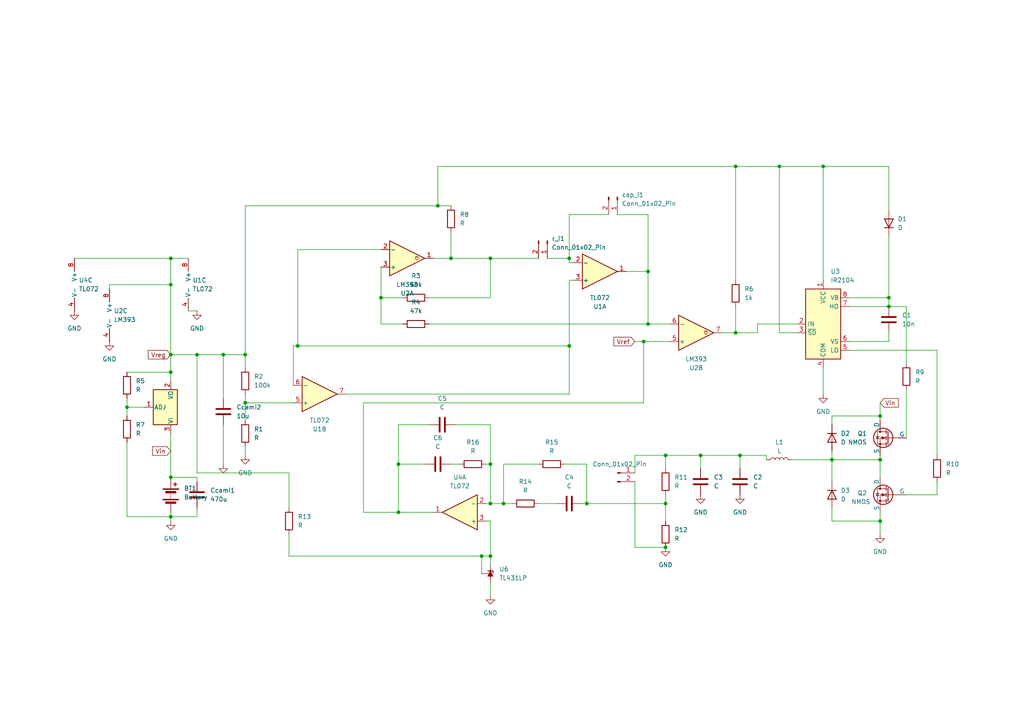
<source format=kicad_sch>
(kicad_sch
	(version 20250114)
	(generator "eeschema")
	(generator_version "9.0")
	(uuid "17eee627-bc3f-46bd-a929-8340eabad878")
	(paper "A4")
	(lib_symbols
		(symbol "Amplifier_Operational:TL072"
			(pin_names
				(offset 0.127)
			)
			(exclude_from_sim no)
			(in_bom yes)
			(on_board yes)
			(property "Reference" "U"
				(at 0 5.08 0)
				(effects
					(font
						(size 1.27 1.27)
					)
					(justify left)
				)
			)
			(property "Value" "TL072"
				(at 0 -5.08 0)
				(effects
					(font
						(size 1.27 1.27)
					)
					(justify left)
				)
			)
			(property "Footprint" ""
				(at 0 0 0)
				(effects
					(font
						(size 1.27 1.27)
					)
					(hide yes)
				)
			)
			(property "Datasheet" "http://www.ti.com/lit/ds/symlink/tl071.pdf"
				(at 0 0 0)
				(effects
					(font
						(size 1.27 1.27)
					)
					(hide yes)
				)
			)
			(property "Description" "Dual Low-Noise JFET-Input Operational Amplifiers, DIP-8/SOIC-8"
				(at 0 0 0)
				(effects
					(font
						(size 1.27 1.27)
					)
					(hide yes)
				)
			)
			(property "ki_locked" ""
				(at 0 0 0)
				(effects
					(font
						(size 1.27 1.27)
					)
				)
			)
			(property "ki_keywords" "dual opamp"
				(at 0 0 0)
				(effects
					(font
						(size 1.27 1.27)
					)
					(hide yes)
				)
			)
			(property "ki_fp_filters" "SOIC*3.9x4.9mm*P1.27mm* DIP*W7.62mm* TO*99* OnSemi*Micro8* TSSOP*3x3mm*P0.65mm* TSSOP*4.4x3mm*P0.65mm* MSOP*3x3mm*P0.65mm* SSOP*3.9x4.9mm*P0.635mm* LFCSP*2x2mm*P0.5mm* *SIP* SOIC*5.3x6.2mm*P1.27mm*"
				(at 0 0 0)
				(effects
					(font
						(size 1.27 1.27)
					)
					(hide yes)
				)
			)
			(symbol "TL072_1_1"
				(polyline
					(pts
						(xy -5.08 5.08) (xy 5.08 0) (xy -5.08 -5.08) (xy -5.08 5.08)
					)
					(stroke
						(width 0.254)
						(type default)
					)
					(fill
						(type background)
					)
				)
				(pin input line
					(at -7.62 2.54 0)
					(length 2.54)
					(name "+"
						(effects
							(font
								(size 1.27 1.27)
							)
						)
					)
					(number "3"
						(effects
							(font
								(size 1.27 1.27)
							)
						)
					)
				)
				(pin input line
					(at -7.62 -2.54 0)
					(length 2.54)
					(name "-"
						(effects
							(font
								(size 1.27 1.27)
							)
						)
					)
					(number "2"
						(effects
							(font
								(size 1.27 1.27)
							)
						)
					)
				)
				(pin output line
					(at 7.62 0 180)
					(length 2.54)
					(name "~"
						(effects
							(font
								(size 1.27 1.27)
							)
						)
					)
					(number "1"
						(effects
							(font
								(size 1.27 1.27)
							)
						)
					)
				)
			)
			(symbol "TL072_2_1"
				(polyline
					(pts
						(xy -5.08 5.08) (xy 5.08 0) (xy -5.08 -5.08) (xy -5.08 5.08)
					)
					(stroke
						(width 0.254)
						(type default)
					)
					(fill
						(type background)
					)
				)
				(pin input line
					(at -7.62 2.54 0)
					(length 2.54)
					(name "+"
						(effects
							(font
								(size 1.27 1.27)
							)
						)
					)
					(number "5"
						(effects
							(font
								(size 1.27 1.27)
							)
						)
					)
				)
				(pin input line
					(at -7.62 -2.54 0)
					(length 2.54)
					(name "-"
						(effects
							(font
								(size 1.27 1.27)
							)
						)
					)
					(number "6"
						(effects
							(font
								(size 1.27 1.27)
							)
						)
					)
				)
				(pin output line
					(at 7.62 0 180)
					(length 2.54)
					(name "~"
						(effects
							(font
								(size 1.27 1.27)
							)
						)
					)
					(number "7"
						(effects
							(font
								(size 1.27 1.27)
							)
						)
					)
				)
			)
			(symbol "TL072_3_1"
				(pin power_in line
					(at -2.54 7.62 270)
					(length 3.81)
					(name "V+"
						(effects
							(font
								(size 1.27 1.27)
							)
						)
					)
					(number "8"
						(effects
							(font
								(size 1.27 1.27)
							)
						)
					)
				)
				(pin power_in line
					(at -2.54 -7.62 90)
					(length 3.81)
					(name "V-"
						(effects
							(font
								(size 1.27 1.27)
							)
						)
					)
					(number "4"
						(effects
							(font
								(size 1.27 1.27)
							)
						)
					)
				)
			)
			(embedded_fonts no)
		)
		(symbol "Comparator:LM393"
			(pin_names
				(offset 0.127)
			)
			(exclude_from_sim no)
			(in_bom yes)
			(on_board yes)
			(property "Reference" "U"
				(at 3.81 3.81 0)
				(effects
					(font
						(size 1.27 1.27)
					)
				)
			)
			(property "Value" "LM393"
				(at 6.35 -3.81 0)
				(effects
					(font
						(size 1.27 1.27)
					)
				)
			)
			(property "Footprint" ""
				(at 0 0 0)
				(effects
					(font
						(size 1.27 1.27)
					)
					(hide yes)
				)
			)
			(property "Datasheet" "http://www.ti.com/lit/ds/symlink/lm393.pdf"
				(at 0 0 0)
				(effects
					(font
						(size 1.27 1.27)
					)
					(hide yes)
				)
			)
			(property "Description" "Low-Power, Low-Offset Voltage, Dual Comparators, DIP-8/SOIC-8/TO-99-8"
				(at 0 0 0)
				(effects
					(font
						(size 1.27 1.27)
					)
					(hide yes)
				)
			)
			(property "ki_locked" ""
				(at 0 0 0)
				(effects
					(font
						(size 1.27 1.27)
					)
				)
			)
			(property "ki_keywords" "cmp open collector"
				(at 0 0 0)
				(effects
					(font
						(size 1.27 1.27)
					)
					(hide yes)
				)
			)
			(property "ki_fp_filters" "SOIC*3.9x4.9mm*P1.27mm* DIP*W7.62mm* SOP*5.28x5.23mm*P1.27mm* VSSOP*3x3mm*P0.65mm* TSSOP*4.4x3mm*P0.65mm*"
				(at 0 0 0)
				(effects
					(font
						(size 1.27 1.27)
					)
					(hide yes)
				)
			)
			(symbol "LM393_1_1"
				(polyline
					(pts
						(xy -5.08 5.08) (xy 5.08 0) (xy -5.08 -5.08) (xy -5.08 5.08)
					)
					(stroke
						(width 0.254)
						(type default)
					)
					(fill
						(type background)
					)
				)
				(polyline
					(pts
						(xy 3.302 -0.508) (xy 2.794 -0.508) (xy 3.302 0) (xy 2.794 0.508) (xy 2.286 0) (xy 2.794 -0.508)
						(xy 2.286 -0.508)
					)
					(stroke
						(width 0.127)
						(type default)
					)
					(fill
						(type none)
					)
				)
				(pin input line
					(at -7.62 2.54 0)
					(length 2.54)
					(name "+"
						(effects
							(font
								(size 1.27 1.27)
							)
						)
					)
					(number "3"
						(effects
							(font
								(size 1.27 1.27)
							)
						)
					)
				)
				(pin input line
					(at -7.62 -2.54 0)
					(length 2.54)
					(name "-"
						(effects
							(font
								(size 1.27 1.27)
							)
						)
					)
					(number "2"
						(effects
							(font
								(size 1.27 1.27)
							)
						)
					)
				)
				(pin open_collector line
					(at 7.62 0 180)
					(length 2.54)
					(name "~"
						(effects
							(font
								(size 1.27 1.27)
							)
						)
					)
					(number "1"
						(effects
							(font
								(size 1.27 1.27)
							)
						)
					)
				)
			)
			(symbol "LM393_2_1"
				(polyline
					(pts
						(xy -5.08 5.08) (xy 5.08 0) (xy -5.08 -5.08) (xy -5.08 5.08)
					)
					(stroke
						(width 0.254)
						(type default)
					)
					(fill
						(type background)
					)
				)
				(polyline
					(pts
						(xy 3.302 -0.508) (xy 2.794 -0.508) (xy 3.302 0) (xy 2.794 0.508) (xy 2.286 0) (xy 2.794 -0.508)
						(xy 2.286 -0.508)
					)
					(stroke
						(width 0.127)
						(type default)
					)
					(fill
						(type none)
					)
				)
				(pin input line
					(at -7.62 2.54 0)
					(length 2.54)
					(name "+"
						(effects
							(font
								(size 1.27 1.27)
							)
						)
					)
					(number "5"
						(effects
							(font
								(size 1.27 1.27)
							)
						)
					)
				)
				(pin input line
					(at -7.62 -2.54 0)
					(length 2.54)
					(name "-"
						(effects
							(font
								(size 1.27 1.27)
							)
						)
					)
					(number "6"
						(effects
							(font
								(size 1.27 1.27)
							)
						)
					)
				)
				(pin open_collector line
					(at 7.62 0 180)
					(length 2.54)
					(name "~"
						(effects
							(font
								(size 1.27 1.27)
							)
						)
					)
					(number "7"
						(effects
							(font
								(size 1.27 1.27)
							)
						)
					)
				)
			)
			(symbol "LM393_3_1"
				(pin power_in line
					(at -2.54 7.62 270)
					(length 3.81)
					(name "V+"
						(effects
							(font
								(size 1.27 1.27)
							)
						)
					)
					(number "8"
						(effects
							(font
								(size 1.27 1.27)
							)
						)
					)
				)
				(pin power_in line
					(at -2.54 -7.62 90)
					(length 3.81)
					(name "V-"
						(effects
							(font
								(size 1.27 1.27)
							)
						)
					)
					(number "4"
						(effects
							(font
								(size 1.27 1.27)
							)
						)
					)
				)
			)
			(embedded_fonts no)
		)
		(symbol "Connector:Conn_01x02_Pin"
			(pin_names
				(offset 1.016)
				(hide yes)
			)
			(exclude_from_sim no)
			(in_bom yes)
			(on_board yes)
			(property "Reference" "J"
				(at 0 2.54 0)
				(effects
					(font
						(size 1.27 1.27)
					)
				)
			)
			(property "Value" "Conn_01x02_Pin"
				(at 0 -5.08 0)
				(effects
					(font
						(size 1.27 1.27)
					)
				)
			)
			(property "Footprint" ""
				(at 0 0 0)
				(effects
					(font
						(size 1.27 1.27)
					)
					(hide yes)
				)
			)
			(property "Datasheet" "~"
				(at 0 0 0)
				(effects
					(font
						(size 1.27 1.27)
					)
					(hide yes)
				)
			)
			(property "Description" "Generic connector, single row, 01x02, script generated"
				(at 0 0 0)
				(effects
					(font
						(size 1.27 1.27)
					)
					(hide yes)
				)
			)
			(property "ki_locked" ""
				(at 0 0 0)
				(effects
					(font
						(size 1.27 1.27)
					)
				)
			)
			(property "ki_keywords" "connector"
				(at 0 0 0)
				(effects
					(font
						(size 1.27 1.27)
					)
					(hide yes)
				)
			)
			(property "ki_fp_filters" "Connector*:*_1x??_*"
				(at 0 0 0)
				(effects
					(font
						(size 1.27 1.27)
					)
					(hide yes)
				)
			)
			(symbol "Conn_01x02_Pin_1_1"
				(rectangle
					(start 0.8636 0.127)
					(end 0 -0.127)
					(stroke
						(width 0.1524)
						(type default)
					)
					(fill
						(type outline)
					)
				)
				(rectangle
					(start 0.8636 -2.413)
					(end 0 -2.667)
					(stroke
						(width 0.1524)
						(type default)
					)
					(fill
						(type outline)
					)
				)
				(polyline
					(pts
						(xy 1.27 0) (xy 0.8636 0)
					)
					(stroke
						(width 0.1524)
						(type default)
					)
					(fill
						(type none)
					)
				)
				(polyline
					(pts
						(xy 1.27 -2.54) (xy 0.8636 -2.54)
					)
					(stroke
						(width 0.1524)
						(type default)
					)
					(fill
						(type none)
					)
				)
				(pin passive line
					(at 5.08 0 180)
					(length 3.81)
					(name "Pin_1"
						(effects
							(font
								(size 1.27 1.27)
							)
						)
					)
					(number "1"
						(effects
							(font
								(size 1.27 1.27)
							)
						)
					)
				)
				(pin passive line
					(at 5.08 -2.54 180)
					(length 3.81)
					(name "Pin_2"
						(effects
							(font
								(size 1.27 1.27)
							)
						)
					)
					(number "2"
						(effects
							(font
								(size 1.27 1.27)
							)
						)
					)
				)
			)
			(embedded_fonts no)
		)
		(symbol "Device:Battery"
			(pin_numbers
				(hide yes)
			)
			(pin_names
				(offset 0)
				(hide yes)
			)
			(exclude_from_sim no)
			(in_bom yes)
			(on_board yes)
			(property "Reference" "BT"
				(at 2.54 2.54 0)
				(effects
					(font
						(size 1.27 1.27)
					)
					(justify left)
				)
			)
			(property "Value" "Battery"
				(at 2.54 0 0)
				(effects
					(font
						(size 1.27 1.27)
					)
					(justify left)
				)
			)
			(property "Footprint" ""
				(at 0 1.524 90)
				(effects
					(font
						(size 1.27 1.27)
					)
					(hide yes)
				)
			)
			(property "Datasheet" "~"
				(at 0 1.524 90)
				(effects
					(font
						(size 1.27 1.27)
					)
					(hide yes)
				)
			)
			(property "Description" "Multiple-cell battery"
				(at 0 0 0)
				(effects
					(font
						(size 1.27 1.27)
					)
					(hide yes)
				)
			)
			(property "ki_keywords" "batt voltage-source cell"
				(at 0 0 0)
				(effects
					(font
						(size 1.27 1.27)
					)
					(hide yes)
				)
			)
			(symbol "Battery_0_1"
				(rectangle
					(start -2.286 1.778)
					(end 2.286 1.524)
					(stroke
						(width 0)
						(type default)
					)
					(fill
						(type outline)
					)
				)
				(rectangle
					(start -2.286 -1.27)
					(end 2.286 -1.524)
					(stroke
						(width 0)
						(type default)
					)
					(fill
						(type outline)
					)
				)
				(rectangle
					(start -1.524 1.016)
					(end 1.524 0.508)
					(stroke
						(width 0)
						(type default)
					)
					(fill
						(type outline)
					)
				)
				(rectangle
					(start -1.524 -2.032)
					(end 1.524 -2.54)
					(stroke
						(width 0)
						(type default)
					)
					(fill
						(type outline)
					)
				)
				(polyline
					(pts
						(xy 0 1.778) (xy 0 2.54)
					)
					(stroke
						(width 0)
						(type default)
					)
					(fill
						(type none)
					)
				)
				(polyline
					(pts
						(xy 0 0) (xy 0 0.254)
					)
					(stroke
						(width 0)
						(type default)
					)
					(fill
						(type none)
					)
				)
				(polyline
					(pts
						(xy 0 -0.508) (xy 0 -0.254)
					)
					(stroke
						(width 0)
						(type default)
					)
					(fill
						(type none)
					)
				)
				(polyline
					(pts
						(xy 0 -1.016) (xy 0 -0.762)
					)
					(stroke
						(width 0)
						(type default)
					)
					(fill
						(type none)
					)
				)
				(polyline
					(pts
						(xy 0.762 3.048) (xy 1.778 3.048)
					)
					(stroke
						(width 0.254)
						(type default)
					)
					(fill
						(type none)
					)
				)
				(polyline
					(pts
						(xy 1.27 3.556) (xy 1.27 2.54)
					)
					(stroke
						(width 0.254)
						(type default)
					)
					(fill
						(type none)
					)
				)
			)
			(symbol "Battery_1_1"
				(pin passive line
					(at 0 5.08 270)
					(length 2.54)
					(name "+"
						(effects
							(font
								(size 1.27 1.27)
							)
						)
					)
					(number "1"
						(effects
							(font
								(size 1.27 1.27)
							)
						)
					)
				)
				(pin passive line
					(at 0 -5.08 90)
					(length 2.54)
					(name "-"
						(effects
							(font
								(size 1.27 1.27)
							)
						)
					)
					(number "2"
						(effects
							(font
								(size 1.27 1.27)
							)
						)
					)
				)
			)
			(embedded_fonts no)
		)
		(symbol "Device:C"
			(pin_numbers
				(hide yes)
			)
			(pin_names
				(offset 0.254)
			)
			(exclude_from_sim no)
			(in_bom yes)
			(on_board yes)
			(property "Reference" "C"
				(at 0.635 2.54 0)
				(effects
					(font
						(size 1.27 1.27)
					)
					(justify left)
				)
			)
			(property "Value" "C"
				(at 0.635 -2.54 0)
				(effects
					(font
						(size 1.27 1.27)
					)
					(justify left)
				)
			)
			(property "Footprint" ""
				(at 0.9652 -3.81 0)
				(effects
					(font
						(size 1.27 1.27)
					)
					(hide yes)
				)
			)
			(property "Datasheet" "~"
				(at 0 0 0)
				(effects
					(font
						(size 1.27 1.27)
					)
					(hide yes)
				)
			)
			(property "Description" "Unpolarized capacitor"
				(at 0 0 0)
				(effects
					(font
						(size 1.27 1.27)
					)
					(hide yes)
				)
			)
			(property "ki_keywords" "cap capacitor"
				(at 0 0 0)
				(effects
					(font
						(size 1.27 1.27)
					)
					(hide yes)
				)
			)
			(property "ki_fp_filters" "C_*"
				(at 0 0 0)
				(effects
					(font
						(size 1.27 1.27)
					)
					(hide yes)
				)
			)
			(symbol "C_0_1"
				(polyline
					(pts
						(xy -2.032 0.762) (xy 2.032 0.762)
					)
					(stroke
						(width 0.508)
						(type default)
					)
					(fill
						(type none)
					)
				)
				(polyline
					(pts
						(xy -2.032 -0.762) (xy 2.032 -0.762)
					)
					(stroke
						(width 0.508)
						(type default)
					)
					(fill
						(type none)
					)
				)
			)
			(symbol "C_1_1"
				(pin passive line
					(at 0 3.81 270)
					(length 2.794)
					(name "~"
						(effects
							(font
								(size 1.27 1.27)
							)
						)
					)
					(number "1"
						(effects
							(font
								(size 1.27 1.27)
							)
						)
					)
				)
				(pin passive line
					(at 0 -3.81 90)
					(length 2.794)
					(name "~"
						(effects
							(font
								(size 1.27 1.27)
							)
						)
					)
					(number "2"
						(effects
							(font
								(size 1.27 1.27)
							)
						)
					)
				)
			)
			(embedded_fonts no)
		)
		(symbol "Device:D"
			(pin_numbers
				(hide yes)
			)
			(pin_names
				(offset 1.016)
				(hide yes)
			)
			(exclude_from_sim no)
			(in_bom yes)
			(on_board yes)
			(property "Reference" "D"
				(at 0 2.54 0)
				(effects
					(font
						(size 1.27 1.27)
					)
				)
			)
			(property "Value" "D"
				(at 0 -2.54 0)
				(effects
					(font
						(size 1.27 1.27)
					)
				)
			)
			(property "Footprint" ""
				(at 0 0 0)
				(effects
					(font
						(size 1.27 1.27)
					)
					(hide yes)
				)
			)
			(property "Datasheet" "~"
				(at 0 0 0)
				(effects
					(font
						(size 1.27 1.27)
					)
					(hide yes)
				)
			)
			(property "Description" "Diode"
				(at 0 0 0)
				(effects
					(font
						(size 1.27 1.27)
					)
					(hide yes)
				)
			)
			(property "Sim.Device" "D"
				(at 0 0 0)
				(effects
					(font
						(size 1.27 1.27)
					)
					(hide yes)
				)
			)
			(property "Sim.Pins" "1=K 2=A"
				(at 0 0 0)
				(effects
					(font
						(size 1.27 1.27)
					)
					(hide yes)
				)
			)
			(property "ki_keywords" "diode"
				(at 0 0 0)
				(effects
					(font
						(size 1.27 1.27)
					)
					(hide yes)
				)
			)
			(property "ki_fp_filters" "TO-???* *_Diode_* *SingleDiode* D_*"
				(at 0 0 0)
				(effects
					(font
						(size 1.27 1.27)
					)
					(hide yes)
				)
			)
			(symbol "D_0_1"
				(polyline
					(pts
						(xy -1.27 1.27) (xy -1.27 -1.27)
					)
					(stroke
						(width 0.254)
						(type default)
					)
					(fill
						(type none)
					)
				)
				(polyline
					(pts
						(xy 1.27 1.27) (xy 1.27 -1.27) (xy -1.27 0) (xy 1.27 1.27)
					)
					(stroke
						(width 0.254)
						(type default)
					)
					(fill
						(type none)
					)
				)
				(polyline
					(pts
						(xy 1.27 0) (xy -1.27 0)
					)
					(stroke
						(width 0)
						(type default)
					)
					(fill
						(type none)
					)
				)
			)
			(symbol "D_1_1"
				(pin passive line
					(at -3.81 0 0)
					(length 2.54)
					(name "K"
						(effects
							(font
								(size 1.27 1.27)
							)
						)
					)
					(number "1"
						(effects
							(font
								(size 1.27 1.27)
							)
						)
					)
				)
				(pin passive line
					(at 3.81 0 180)
					(length 2.54)
					(name "A"
						(effects
							(font
								(size 1.27 1.27)
							)
						)
					)
					(number "2"
						(effects
							(font
								(size 1.27 1.27)
							)
						)
					)
				)
			)
			(embedded_fonts no)
		)
		(symbol "Device:L"
			(pin_numbers
				(hide yes)
			)
			(pin_names
				(offset 1.016)
				(hide yes)
			)
			(exclude_from_sim no)
			(in_bom yes)
			(on_board yes)
			(property "Reference" "L"
				(at -1.27 0 90)
				(effects
					(font
						(size 1.27 1.27)
					)
				)
			)
			(property "Value" "L"
				(at 1.905 0 90)
				(effects
					(font
						(size 1.27 1.27)
					)
				)
			)
			(property "Footprint" ""
				(at 0 0 0)
				(effects
					(font
						(size 1.27 1.27)
					)
					(hide yes)
				)
			)
			(property "Datasheet" "~"
				(at 0 0 0)
				(effects
					(font
						(size 1.27 1.27)
					)
					(hide yes)
				)
			)
			(property "Description" "Inductor"
				(at 0 0 0)
				(effects
					(font
						(size 1.27 1.27)
					)
					(hide yes)
				)
			)
			(property "ki_keywords" "inductor choke coil reactor magnetic"
				(at 0 0 0)
				(effects
					(font
						(size 1.27 1.27)
					)
					(hide yes)
				)
			)
			(property "ki_fp_filters" "Choke_* *Coil* Inductor_* L_*"
				(at 0 0 0)
				(effects
					(font
						(size 1.27 1.27)
					)
					(hide yes)
				)
			)
			(symbol "L_0_1"
				(arc
					(start 0 2.54)
					(mid 0.6323 1.905)
					(end 0 1.27)
					(stroke
						(width 0)
						(type default)
					)
					(fill
						(type none)
					)
				)
				(arc
					(start 0 1.27)
					(mid 0.6323 0.635)
					(end 0 0)
					(stroke
						(width 0)
						(type default)
					)
					(fill
						(type none)
					)
				)
				(arc
					(start 0 0)
					(mid 0.6323 -0.635)
					(end 0 -1.27)
					(stroke
						(width 0)
						(type default)
					)
					(fill
						(type none)
					)
				)
				(arc
					(start 0 -1.27)
					(mid 0.6323 -1.905)
					(end 0 -2.54)
					(stroke
						(width 0)
						(type default)
					)
					(fill
						(type none)
					)
				)
			)
			(symbol "L_1_1"
				(pin passive line
					(at 0 3.81 270)
					(length 1.27)
					(name "1"
						(effects
							(font
								(size 1.27 1.27)
							)
						)
					)
					(number "1"
						(effects
							(font
								(size 1.27 1.27)
							)
						)
					)
				)
				(pin passive line
					(at 0 -3.81 90)
					(length 1.27)
					(name "2"
						(effects
							(font
								(size 1.27 1.27)
							)
						)
					)
					(number "2"
						(effects
							(font
								(size 1.27 1.27)
							)
						)
					)
				)
			)
			(embedded_fonts no)
		)
		(symbol "Device:R"
			(pin_numbers
				(hide yes)
			)
			(pin_names
				(offset 0)
			)
			(exclude_from_sim no)
			(in_bom yes)
			(on_board yes)
			(property "Reference" "R"
				(at 2.032 0 90)
				(effects
					(font
						(size 1.27 1.27)
					)
				)
			)
			(property "Value" "R"
				(at 0 0 90)
				(effects
					(font
						(size 1.27 1.27)
					)
				)
			)
			(property "Footprint" ""
				(at -1.778 0 90)
				(effects
					(font
						(size 1.27 1.27)
					)
					(hide yes)
				)
			)
			(property "Datasheet" "~"
				(at 0 0 0)
				(effects
					(font
						(size 1.27 1.27)
					)
					(hide yes)
				)
			)
			(property "Description" "Resistor"
				(at 0 0 0)
				(effects
					(font
						(size 1.27 1.27)
					)
					(hide yes)
				)
			)
			(property "ki_keywords" "R res resistor"
				(at 0 0 0)
				(effects
					(font
						(size 1.27 1.27)
					)
					(hide yes)
				)
			)
			(property "ki_fp_filters" "R_*"
				(at 0 0 0)
				(effects
					(font
						(size 1.27 1.27)
					)
					(hide yes)
				)
			)
			(symbol "R_0_1"
				(rectangle
					(start -1.016 -2.54)
					(end 1.016 2.54)
					(stroke
						(width 0.254)
						(type default)
					)
					(fill
						(type none)
					)
				)
			)
			(symbol "R_1_1"
				(pin passive line
					(at 0 3.81 270)
					(length 1.27)
					(name "~"
						(effects
							(font
								(size 1.27 1.27)
							)
						)
					)
					(number "1"
						(effects
							(font
								(size 1.27 1.27)
							)
						)
					)
				)
				(pin passive line
					(at 0 -3.81 90)
					(length 1.27)
					(name "~"
						(effects
							(font
								(size 1.27 1.27)
							)
						)
					)
					(number "2"
						(effects
							(font
								(size 1.27 1.27)
							)
						)
					)
				)
			)
			(embedded_fonts no)
		)
		(symbol "Driver_FET:IR2104"
			(exclude_from_sim no)
			(in_bom yes)
			(on_board yes)
			(property "Reference" "U"
				(at 1.27 13.335 0)
				(effects
					(font
						(size 1.27 1.27)
					)
					(justify left)
				)
			)
			(property "Value" "IR2104"
				(at 1.27 11.43 0)
				(effects
					(font
						(size 1.27 1.27)
					)
					(justify left)
				)
			)
			(property "Footprint" ""
				(at 0 0 0)
				(effects
					(font
						(size 1.27 1.27)
						(italic yes)
					)
					(hide yes)
				)
			)
			(property "Datasheet" "https://www.infineon.com/dgdl/ir2104.pdf?fileId=5546d462533600a4015355c7c1c31671"
				(at 0 0 0)
				(effects
					(font
						(size 1.27 1.27)
					)
					(hide yes)
				)
			)
			(property "Description" "Half-Bridge Driver, 600V, 210/360mA, PDIP-8/SOIC-8"
				(at 0 0 0)
				(effects
					(font
						(size 1.27 1.27)
					)
					(hide yes)
				)
			)
			(property "ki_keywords" "Gate Driver"
				(at 0 0 0)
				(effects
					(font
						(size 1.27 1.27)
					)
					(hide yes)
				)
			)
			(property "ki_fp_filters" "SOIC*3.9x4.9mm*P1.27mm* DIP*W7.62mm*"
				(at 0 0 0)
				(effects
					(font
						(size 1.27 1.27)
					)
					(hide yes)
				)
			)
			(symbol "IR2104_0_1"
				(rectangle
					(start -5.08 -10.16)
					(end 5.08 10.16)
					(stroke
						(width 0.254)
						(type default)
					)
					(fill
						(type background)
					)
				)
			)
			(symbol "IR2104_1_1"
				(pin input line
					(at -7.62 0 0)
					(length 2.54)
					(name "IN"
						(effects
							(font
								(size 1.27 1.27)
							)
						)
					)
					(number "2"
						(effects
							(font
								(size 1.27 1.27)
							)
						)
					)
				)
				(pin input line
					(at -7.62 -2.54 0)
					(length 2.54)
					(name "~{SD}"
						(effects
							(font
								(size 1.27 1.27)
							)
						)
					)
					(number "3"
						(effects
							(font
								(size 1.27 1.27)
							)
						)
					)
				)
				(pin power_in line
					(at 0 12.7 270)
					(length 2.54)
					(name "VCC"
						(effects
							(font
								(size 1.27 1.27)
							)
						)
					)
					(number "1"
						(effects
							(font
								(size 1.27 1.27)
							)
						)
					)
				)
				(pin power_in line
					(at 0 -12.7 90)
					(length 2.54)
					(name "COM"
						(effects
							(font
								(size 1.27 1.27)
							)
						)
					)
					(number "4"
						(effects
							(font
								(size 1.27 1.27)
							)
						)
					)
				)
				(pin passive line
					(at 7.62 7.62 180)
					(length 2.54)
					(name "VB"
						(effects
							(font
								(size 1.27 1.27)
							)
						)
					)
					(number "8"
						(effects
							(font
								(size 1.27 1.27)
							)
						)
					)
				)
				(pin output line
					(at 7.62 5.08 180)
					(length 2.54)
					(name "HO"
						(effects
							(font
								(size 1.27 1.27)
							)
						)
					)
					(number "7"
						(effects
							(font
								(size 1.27 1.27)
							)
						)
					)
				)
				(pin passive line
					(at 7.62 -5.08 180)
					(length 2.54)
					(name "VS"
						(effects
							(font
								(size 1.27 1.27)
							)
						)
					)
					(number "6"
						(effects
							(font
								(size 1.27 1.27)
							)
						)
					)
				)
				(pin output line
					(at 7.62 -7.62 180)
					(length 2.54)
					(name "LO"
						(effects
							(font
								(size 1.27 1.27)
							)
						)
					)
					(number "5"
						(effects
							(font
								(size 1.27 1.27)
							)
						)
					)
				)
			)
			(embedded_fonts no)
		)
		(symbol "Reference_Voltage:TL431LP"
			(pin_numbers
				(hide yes)
			)
			(pin_names
				(hide yes)
			)
			(exclude_from_sim no)
			(in_bom yes)
			(on_board yes)
			(property "Reference" "U"
				(at -2.54 2.54 0)
				(effects
					(font
						(size 1.27 1.27)
					)
				)
			)
			(property "Value" "TL431LP"
				(at 0 -2.54 0)
				(effects
					(font
						(size 1.27 1.27)
					)
				)
			)
			(property "Footprint" "Package_TO_SOT_THT:TO-92_Inline"
				(at 0 -4.826 0)
				(effects
					(font
						(size 1.27 1.27)
						(italic yes)
					)
					(hide yes)
				)
			)
			(property "Datasheet" "http://www.ti.com/lit/ds/symlink/tl431.pdf"
				(at 0.508 -7.112 0)
				(effects
					(font
						(size 1.27 1.27)
						(italic yes)
					)
					(hide yes)
				)
			)
			(property "Description" "Shunt Regulator, TO-92"
				(at 0 -8.89 0)
				(effects
					(font
						(size 1.27 1.27)
					)
					(hide yes)
				)
			)
			(property "ki_keywords" "diode device regulator shunt"
				(at 0 0 0)
				(effects
					(font
						(size 1.27 1.27)
					)
					(hide yes)
				)
			)
			(property "ki_fp_filters" "TO*92*"
				(at 0 0 0)
				(effects
					(font
						(size 1.27 1.27)
					)
					(hide yes)
				)
			)
			(symbol "TL431LP_0_1"
				(polyline
					(pts
						(xy -1.27 0) (xy 0 0) (xy 1.27 0)
					)
					(stroke
						(width 0)
						(type default)
					)
					(fill
						(type none)
					)
				)
				(polyline
					(pts
						(xy -0.762 -0.762) (xy -0.762 0.762) (xy 0.762 0) (xy -0.762 -0.762)
					)
					(stroke
						(width 0)
						(type default)
					)
					(fill
						(type outline)
					)
				)
				(polyline
					(pts
						(xy 0.254 -0.762) (xy 0.762 -0.762) (xy 0.762 0.762) (xy 0.762 0.762)
					)
					(stroke
						(width 0.254)
						(type default)
					)
					(fill
						(type none)
					)
				)
			)
			(symbol "TL431LP_1_1"
				(pin passive line
					(at -2.54 0 0)
					(length 2.54)
					(name "A"
						(effects
							(font
								(size 1.27 1.27)
							)
						)
					)
					(number "2"
						(effects
							(font
								(size 1.27 1.27)
							)
						)
					)
				)
				(pin passive line
					(at 0 2.54 270)
					(length 2.54)
					(name "REF"
						(effects
							(font
								(size 1.27 1.27)
							)
						)
					)
					(number "1"
						(effects
							(font
								(size 1.27 1.27)
							)
						)
					)
				)
				(pin passive line
					(at 2.54 0 180)
					(length 2.54)
					(name "K"
						(effects
							(font
								(size 1.27 1.27)
							)
						)
					)
					(number "3"
						(effects
							(font
								(size 1.27 1.27)
							)
						)
					)
				)
			)
			(embedded_fonts no)
		)
		(symbol "Regulator_Linear:LM317L_SOT-89"
			(pin_names
				(offset 0.254)
			)
			(exclude_from_sim no)
			(in_bom yes)
			(on_board yes)
			(property "Reference" "U"
				(at -3.81 3.175 0)
				(effects
					(font
						(size 1.27 1.27)
					)
				)
			)
			(property "Value" "LM317L_SOT-89"
				(at 0 3.175 0)
				(effects
					(font
						(size 1.27 1.27)
					)
					(justify left)
				)
			)
			(property "Footprint" "Package_TO_SOT_SMD:SOT-89-3"
				(at 0 6.35 0)
				(effects
					(font
						(size 1.27 1.27)
						(italic yes)
					)
					(hide yes)
				)
			)
			(property "Datasheet" "http://www.ti.com/lit/ds/symlink/lm317l.pdf"
				(at 0 0 0)
				(effects
					(font
						(size 1.27 1.27)
					)
					(hide yes)
				)
			)
			(property "Description" "100mA 35V Adjustable Linear Regulator, SOT-89"
				(at 0 0 0)
				(effects
					(font
						(size 1.27 1.27)
					)
					(hide yes)
				)
			)
			(property "ki_keywords" "Adjustable Voltage Regulator 1A Positive"
				(at 0 0 0)
				(effects
					(font
						(size 1.27 1.27)
					)
					(hide yes)
				)
			)
			(property "ki_fp_filters" "SOT?89*"
				(at 0 0 0)
				(effects
					(font
						(size 1.27 1.27)
					)
					(hide yes)
				)
			)
			(symbol "LM317L_SOT-89_0_1"
				(rectangle
					(start -5.08 1.905)
					(end 5.08 -5.08)
					(stroke
						(width 0.254)
						(type default)
					)
					(fill
						(type background)
					)
				)
			)
			(symbol "LM317L_SOT-89_1_1"
				(pin power_in line
					(at -7.62 0 0)
					(length 2.54)
					(name "VI"
						(effects
							(font
								(size 1.27 1.27)
							)
						)
					)
					(number "3"
						(effects
							(font
								(size 1.27 1.27)
							)
						)
					)
				)
				(pin input line
					(at 0 -7.62 90)
					(length 2.54)
					(name "ADJ"
						(effects
							(font
								(size 1.27 1.27)
							)
						)
					)
					(number "1"
						(effects
							(font
								(size 1.27 1.27)
							)
						)
					)
				)
				(pin power_out line
					(at 7.62 0 180)
					(length 2.54)
					(name "VO"
						(effects
							(font
								(size 1.27 1.27)
							)
						)
					)
					(number "2"
						(effects
							(font
								(size 1.27 1.27)
							)
						)
					)
				)
			)
			(embedded_fonts no)
		)
		(symbol "Simulation_SPICE:NMOS"
			(pin_numbers
				(hide yes)
			)
			(pin_names
				(offset 0)
			)
			(exclude_from_sim no)
			(in_bom yes)
			(on_board yes)
			(property "Reference" "Q"
				(at 5.08 1.27 0)
				(effects
					(font
						(size 1.27 1.27)
					)
					(justify left)
				)
			)
			(property "Value" "NMOS"
				(at 5.08 -1.27 0)
				(effects
					(font
						(size 1.27 1.27)
					)
					(justify left)
				)
			)
			(property "Footprint" ""
				(at 5.08 2.54 0)
				(effects
					(font
						(size 1.27 1.27)
					)
					(hide yes)
				)
			)
			(property "Datasheet" "https://ngspice.sourceforge.io/docs/ngspice-html-manual/manual.xhtml#cha_MOSFETs"
				(at 0 -12.7 0)
				(effects
					(font
						(size 1.27 1.27)
					)
					(hide yes)
				)
			)
			(property "Description" "N-MOSFET transistor, drain/source/gate"
				(at 0 0 0)
				(effects
					(font
						(size 1.27 1.27)
					)
					(hide yes)
				)
			)
			(property "Sim.Device" "NMOS"
				(at 0 -17.145 0)
				(effects
					(font
						(size 1.27 1.27)
					)
					(hide yes)
				)
			)
			(property "Sim.Type" "VDMOS"
				(at 0 -19.05 0)
				(effects
					(font
						(size 1.27 1.27)
					)
					(hide yes)
				)
			)
			(property "Sim.Pins" "1=D 2=G 3=S"
				(at 0 -15.24 0)
				(effects
					(font
						(size 1.27 1.27)
					)
					(hide yes)
				)
			)
			(property "ki_keywords" "transistor NMOS N-MOS N-MOSFET simulation"
				(at 0 0 0)
				(effects
					(font
						(size 1.27 1.27)
					)
					(hide yes)
				)
			)
			(symbol "NMOS_0_1"
				(polyline
					(pts
						(xy 0.254 1.905) (xy 0.254 -1.905)
					)
					(stroke
						(width 0.254)
						(type default)
					)
					(fill
						(type none)
					)
				)
				(polyline
					(pts
						(xy 0.254 0) (xy -2.54 0)
					)
					(stroke
						(width 0)
						(type default)
					)
					(fill
						(type none)
					)
				)
				(polyline
					(pts
						(xy 0.762 2.286) (xy 0.762 1.27)
					)
					(stroke
						(width 0.254)
						(type default)
					)
					(fill
						(type none)
					)
				)
				(polyline
					(pts
						(xy 0.762 0.508) (xy 0.762 -0.508)
					)
					(stroke
						(width 0.254)
						(type default)
					)
					(fill
						(type none)
					)
				)
				(polyline
					(pts
						(xy 0.762 -1.27) (xy 0.762 -2.286)
					)
					(stroke
						(width 0.254)
						(type default)
					)
					(fill
						(type none)
					)
				)
				(polyline
					(pts
						(xy 0.762 -1.778) (xy 3.302 -1.778) (xy 3.302 1.778) (xy 0.762 1.778)
					)
					(stroke
						(width 0)
						(type default)
					)
					(fill
						(type none)
					)
				)
				(polyline
					(pts
						(xy 1.016 0) (xy 2.032 0.381) (xy 2.032 -0.381) (xy 1.016 0)
					)
					(stroke
						(width 0)
						(type default)
					)
					(fill
						(type outline)
					)
				)
				(circle
					(center 1.651 0)
					(radius 2.794)
					(stroke
						(width 0.254)
						(type default)
					)
					(fill
						(type none)
					)
				)
				(polyline
					(pts
						(xy 2.54 2.54) (xy 2.54 1.778)
					)
					(stroke
						(width 0)
						(type default)
					)
					(fill
						(type none)
					)
				)
				(circle
					(center 2.54 1.778)
					(radius 0.254)
					(stroke
						(width 0)
						(type default)
					)
					(fill
						(type outline)
					)
				)
				(circle
					(center 2.54 -1.778)
					(radius 0.254)
					(stroke
						(width 0)
						(type default)
					)
					(fill
						(type outline)
					)
				)
				(polyline
					(pts
						(xy 2.54 -2.54) (xy 2.54 0) (xy 0.762 0)
					)
					(stroke
						(width 0)
						(type default)
					)
					(fill
						(type none)
					)
				)
				(polyline
					(pts
						(xy 2.794 0.508) (xy 2.921 0.381) (xy 3.683 0.381) (xy 3.81 0.254)
					)
					(stroke
						(width 0)
						(type default)
					)
					(fill
						(type none)
					)
				)
				(polyline
					(pts
						(xy 3.302 0.381) (xy 2.921 -0.254) (xy 3.683 -0.254) (xy 3.302 0.381)
					)
					(stroke
						(width 0)
						(type default)
					)
					(fill
						(type none)
					)
				)
			)
			(symbol "NMOS_1_1"
				(pin input line
					(at -5.08 0 0)
					(length 2.54)
					(name "G"
						(effects
							(font
								(size 1.27 1.27)
							)
						)
					)
					(number "2"
						(effects
							(font
								(size 1.27 1.27)
							)
						)
					)
				)
				(pin passive line
					(at 2.54 5.08 270)
					(length 2.54)
					(name "D"
						(effects
							(font
								(size 1.27 1.27)
							)
						)
					)
					(number "1"
						(effects
							(font
								(size 1.27 1.27)
							)
						)
					)
				)
				(pin passive line
					(at 2.54 -5.08 90)
					(length 2.54)
					(name "S"
						(effects
							(font
								(size 1.27 1.27)
							)
						)
					)
					(number "3"
						(effects
							(font
								(size 1.27 1.27)
							)
						)
					)
				)
			)
			(embedded_fonts no)
		)
		(symbol "power:GND"
			(power)
			(pin_numbers
				(hide yes)
			)
			(pin_names
				(offset 0)
				(hide yes)
			)
			(exclude_from_sim no)
			(in_bom yes)
			(on_board yes)
			(property "Reference" "#PWR"
				(at 0 -6.35 0)
				(effects
					(font
						(size 1.27 1.27)
					)
					(hide yes)
				)
			)
			(property "Value" "GND"
				(at 0 -3.81 0)
				(effects
					(font
						(size 1.27 1.27)
					)
				)
			)
			(property "Footprint" ""
				(at 0 0 0)
				(effects
					(font
						(size 1.27 1.27)
					)
					(hide yes)
				)
			)
			(property "Datasheet" ""
				(at 0 0 0)
				(effects
					(font
						(size 1.27 1.27)
					)
					(hide yes)
				)
			)
			(property "Description" "Power symbol creates a global label with name \"GND\" , ground"
				(at 0 0 0)
				(effects
					(font
						(size 1.27 1.27)
					)
					(hide yes)
				)
			)
			(property "ki_keywords" "global power"
				(at 0 0 0)
				(effects
					(font
						(size 1.27 1.27)
					)
					(hide yes)
				)
			)
			(symbol "GND_0_1"
				(polyline
					(pts
						(xy 0 0) (xy 0 -1.27) (xy 1.27 -1.27) (xy 0 -2.54) (xy -1.27 -1.27) (xy 0 -1.27)
					)
					(stroke
						(width 0)
						(type default)
					)
					(fill
						(type none)
					)
				)
			)
			(symbol "GND_1_1"
				(pin power_in line
					(at 0 0 270)
					(length 0)
					(name "~"
						(effects
							(font
								(size 1.27 1.27)
							)
						)
					)
					(number "1"
						(effects
							(font
								(size 1.27 1.27)
							)
						)
					)
				)
			)
			(embedded_fonts no)
		)
	)
	(junction
		(at 193.04 158.75)
		(diameter 0)
		(color 0 0 0 0)
		(uuid "05a32913-c530-42f7-b4c5-feb09a70aab5")
	)
	(junction
		(at 186.69 99.06)
		(diameter 0)
		(color 0 0 0 0)
		(uuid "1f849616-a5b7-402d-90bf-3e3e27b40008")
	)
	(junction
		(at 193.04 132.08)
		(diameter 0)
		(color 0 0 0 0)
		(uuid "20680512-7320-47ec-8011-11f80a7d4822")
	)
	(junction
		(at 115.57 148.59)
		(diameter 0)
		(color 0 0 0 0)
		(uuid "227adeb1-d626-4582-b8d8-166c5b4ef14d")
	)
	(junction
		(at 110.49 86.36)
		(diameter 0)
		(color 0 0 0 0)
		(uuid "231d5919-d8b3-443b-a5f7-76f1899d3b9f")
	)
	(junction
		(at 142.24 134.62)
		(diameter 0)
		(color 0 0 0 0)
		(uuid "24908847-8976-4ecf-9664-05fafd33f1b5")
	)
	(junction
		(at 86.36 100.33)
		(diameter 0)
		(color 0 0 0 0)
		(uuid "27a980d3-f2aa-4896-92a1-562708249a68")
	)
	(junction
		(at 214.63 132.08)
		(diameter 0)
		(color 0 0 0 0)
		(uuid "2b7e4204-f1f5-4f77-82b6-1cb1c85d6a23")
	)
	(junction
		(at 130.81 74.93)
		(diameter 0)
		(color 0 0 0 0)
		(uuid "2bce827f-6057-4d1a-a021-fb42f5d9b44d")
	)
	(junction
		(at 255.27 151.13)
		(diameter 0)
		(color 0 0 0 0)
		(uuid "3061754d-f6a9-4ae5-936a-23e43fec6f92")
	)
	(junction
		(at 49.53 82.55)
		(diameter 0)
		(color 0 0 0 0)
		(uuid "33d65ac8-d78b-43bb-8bf9-eda4a0d2d533")
	)
	(junction
		(at 49.53 107.95)
		(diameter 0)
		(color 0 0 0 0)
		(uuid "395eee30-2bc1-487b-8ae8-b80adf3daa6c")
	)
	(junction
		(at 165.1 74.93)
		(diameter 0)
		(color 0 0 0 0)
		(uuid "3b4f80cc-b4fd-4e96-ade0-4a217b23c7d5")
	)
	(junction
		(at 49.53 138.43)
		(diameter 0)
		(color 0 0 0 0)
		(uuid "3f75feab-51cf-434e-a0d6-867f4c948f90")
	)
	(junction
		(at 36.83 118.11)
		(diameter 0)
		(color 0 0 0 0)
		(uuid "42923418-a088-4b59-9d3b-ac946a353838")
	)
	(junction
		(at 226.06 48.26)
		(diameter 0)
		(color 0 0 0 0)
		(uuid "4d9c303b-7cff-42b1-87e9-1605d6f14ed4")
	)
	(junction
		(at 57.15 102.87)
		(diameter 0)
		(color 0 0 0 0)
		(uuid "4e22e640-8787-41b9-a134-4227ee560253")
	)
	(junction
		(at 187.96 93.98)
		(diameter 0)
		(color 0 0 0 0)
		(uuid "62c311b6-29e9-4f82-bcbd-423b818743ea")
	)
	(junction
		(at 170.18 146.05)
		(diameter 0)
		(color 0 0 0 0)
		(uuid "666b2bdb-c443-4acf-ad6c-f26aad6bb64a")
	)
	(junction
		(at 127 59.69)
		(diameter 0)
		(color 0 0 0 0)
		(uuid "6b8b06e2-9d45-499e-9bc0-2ff0539aaf74")
	)
	(junction
		(at 142.24 146.05)
		(diameter 0)
		(color 0 0 0 0)
		(uuid "70deadc4-3493-4d76-a245-9539db7dd219")
	)
	(junction
		(at 142.24 161.29)
		(diameter 0)
		(color 0 0 0 0)
		(uuid "716926c7-d0b8-4a8a-9a25-52ad54c0e33e")
	)
	(junction
		(at 193.04 146.05)
		(diameter 0)
		(color 0 0 0 0)
		(uuid "76e1255a-8531-463d-8d0d-00751b5c5fc2")
	)
	(junction
		(at 139.7 161.29)
		(diameter 0)
		(color 0 0 0 0)
		(uuid "81033db9-ae10-494a-b63e-5c97dc9d5e07")
	)
	(junction
		(at 187.96 78.74)
		(diameter 0)
		(color 0 0 0 0)
		(uuid "84c10aa2-6e07-49e3-97e9-9d09db9f706a")
	)
	(junction
		(at 255.27 133.35)
		(diameter 0)
		(color 0 0 0 0)
		(uuid "8a6a9460-c4e9-4dec-b4fc-41fd3be54d8e")
	)
	(junction
		(at 241.3 133.35)
		(diameter 0)
		(color 0 0 0 0)
		(uuid "93bcfe30-b538-4f71-bf67-cc43330de63f")
	)
	(junction
		(at 49.53 149.86)
		(diameter 0)
		(color 0 0 0 0)
		(uuid "9a3a684e-cf9a-4c88-ada0-2c11e1e89f2a")
	)
	(junction
		(at 203.2 132.08)
		(diameter 0)
		(color 0 0 0 0)
		(uuid "9d48ed65-522a-44f1-9c52-1856383e1560")
	)
	(junction
		(at 146.05 146.05)
		(diameter 0)
		(color 0 0 0 0)
		(uuid "a2e032e1-1b56-4f95-b325-1ae580063344")
	)
	(junction
		(at 255.27 120.65)
		(diameter 0)
		(color 0 0 0 0)
		(uuid "a715ce5f-af66-4647-a41d-a7a1a28b6c61")
	)
	(junction
		(at 49.53 74.93)
		(diameter 0)
		(color 0 0 0 0)
		(uuid "ae4ad945-ef7e-4dc0-9037-b30bb0a14a9e")
	)
	(junction
		(at 165.1 100.33)
		(diameter 0)
		(color 0 0 0 0)
		(uuid "af19137a-e014-43d0-a0af-51a75aa18089")
	)
	(junction
		(at 71.12 102.87)
		(diameter 0)
		(color 0 0 0 0)
		(uuid "bae1835b-f27f-4555-9f23-21294c60de66")
	)
	(junction
		(at 213.36 48.26)
		(diameter 0)
		(color 0 0 0 0)
		(uuid "bec32a82-99f3-4da6-b3a4-e64e49f42d4c")
	)
	(junction
		(at 115.57 134.62)
		(diameter 0)
		(color 0 0 0 0)
		(uuid "cb03ca34-a02c-4f06-ab60-e0da31a67361")
	)
	(junction
		(at 257.81 86.36)
		(diameter 0)
		(color 0 0 0 0)
		(uuid "cb71bbcc-8deb-4481-9920-23157d90057a")
	)
	(junction
		(at 49.53 102.87)
		(diameter 0)
		(color 0 0 0 0)
		(uuid "cec84d07-9607-419c-9880-ddefa0be3f91")
	)
	(junction
		(at 213.36 96.52)
		(diameter 0)
		(color 0 0 0 0)
		(uuid "dc16b025-15c3-4a33-82e8-e583c9493f7b")
	)
	(junction
		(at 71.12 116.84)
		(diameter 0)
		(color 0 0 0 0)
		(uuid "dc503e1e-bfec-4dc7-ab8a-cb355db00a13")
	)
	(junction
		(at 142.24 74.93)
		(diameter 0)
		(color 0 0 0 0)
		(uuid "e5f14dd5-df28-433b-9f4f-86ca4d9daae1")
	)
	(junction
		(at 238.76 48.26)
		(diameter 0)
		(color 0 0 0 0)
		(uuid "f168116f-0e4a-4ac2-b7aa-7d58ca6aa77e")
	)
	(junction
		(at 257.81 88.9)
		(diameter 0)
		(color 0 0 0 0)
		(uuid "fa08b2c4-ad60-448d-a2a4-11a9c94a855b")
	)
	(junction
		(at 64.77 102.87)
		(diameter 0)
		(color 0 0 0 0)
		(uuid "fab19aa2-e548-4c70-8a65-321e2d5f82df")
	)
	(wire
		(pts
			(xy 170.18 134.62) (xy 170.18 146.05)
		)
		(stroke
			(width 0)
			(type default)
		)
		(uuid "008165b2-3863-4629-9152-1198124a2291")
	)
	(wire
		(pts
			(xy 71.12 59.69) (xy 127 59.69)
		)
		(stroke
			(width 0)
			(type default)
		)
		(uuid "00cb0fe0-e035-4e59-9d78-44b6c0bff9d7")
	)
	(wire
		(pts
			(xy 49.53 102.87) (xy 49.53 82.55)
		)
		(stroke
			(width 0)
			(type default)
		)
		(uuid "029a9c53-87b6-480e-9fe3-47190eef0895")
	)
	(wire
		(pts
			(xy 186.69 99.06) (xy 194.31 99.06)
		)
		(stroke
			(width 0)
			(type default)
		)
		(uuid "050103ec-ee0e-4d8a-9470-37d862685644")
	)
	(wire
		(pts
			(xy 142.24 74.93) (xy 156.21 74.93)
		)
		(stroke
			(width 0)
			(type default)
		)
		(uuid "0c95ced1-11f8-4362-be8c-0d0c66afa723")
	)
	(wire
		(pts
			(xy 49.53 107.95) (xy 49.53 110.49)
		)
		(stroke
			(width 0)
			(type default)
		)
		(uuid "0f7a6e06-83e1-488e-9bc4-3dc44c3d86eb")
	)
	(wire
		(pts
			(xy 36.83 149.86) (xy 49.53 149.86)
		)
		(stroke
			(width 0)
			(type default)
		)
		(uuid "0f97b126-6e6d-4f1e-8e04-a480e606a9a5")
	)
	(wire
		(pts
			(xy 57.15 147.32) (xy 57.15 149.86)
		)
		(stroke
			(width 0)
			(type default)
		)
		(uuid "122f1a73-5018-4967-b16d-628c7e20367f")
	)
	(wire
		(pts
			(xy 36.83 107.95) (xy 49.53 107.95)
		)
		(stroke
			(width 0)
			(type default)
		)
		(uuid "12685b66-d4a7-4791-abdb-4591351f703c")
	)
	(wire
		(pts
			(xy 124.46 93.98) (xy 187.96 93.98)
		)
		(stroke
			(width 0)
			(type default)
		)
		(uuid "12fd6866-8479-477d-b286-52e485c2270d")
	)
	(wire
		(pts
			(xy 241.3 133.35) (xy 241.3 139.7)
		)
		(stroke
			(width 0)
			(type default)
		)
		(uuid "13666d0c-f491-4f7e-b19d-305ea77d4253")
	)
	(wire
		(pts
			(xy 262.89 105.41) (xy 262.89 88.9)
		)
		(stroke
			(width 0)
			(type default)
		)
		(uuid "137b5295-ffaa-41fd-9305-14da90acd1da")
	)
	(wire
		(pts
			(xy 165.1 76.2) (xy 165.1 74.93)
		)
		(stroke
			(width 0)
			(type default)
		)
		(uuid "15651c12-25aa-4b26-a7d5-5f8d108c81cb")
	)
	(wire
		(pts
			(xy 57.15 137.16) (xy 57.15 102.87)
		)
		(stroke
			(width 0)
			(type default)
		)
		(uuid "177bc4c3-e901-4fdc-bb71-33903e87396d")
	)
	(wire
		(pts
			(xy 49.53 149.86) (xy 49.53 151.13)
		)
		(stroke
			(width 0)
			(type default)
		)
		(uuid "18af8cf1-1172-4bf1-81e3-433d001581cb")
	)
	(wire
		(pts
			(xy 83.82 161.29) (xy 83.82 154.94)
		)
		(stroke
			(width 0)
			(type default)
		)
		(uuid "1fdd45ee-f035-4ed9-9dd3-a88288d8104d")
	)
	(wire
		(pts
			(xy 186.69 99.06) (xy 186.69 116.84)
		)
		(stroke
			(width 0)
			(type default)
		)
		(uuid "2153d255-6b5d-4aa1-a679-dbb1f785e24d")
	)
	(wire
		(pts
			(xy 193.04 143.51) (xy 193.04 146.05)
		)
		(stroke
			(width 0)
			(type default)
		)
		(uuid "25a8f5a5-c13c-4ecf-8c34-469d62d6bca0")
	)
	(wire
		(pts
			(xy 49.53 149.86) (xy 57.15 149.86)
		)
		(stroke
			(width 0)
			(type default)
		)
		(uuid "2718b2a7-d8df-4b5f-89e0-b41adb0abc5d")
	)
	(wire
		(pts
			(xy 71.12 102.87) (xy 71.12 106.68)
		)
		(stroke
			(width 0)
			(type default)
		)
		(uuid "27ae9229-2678-4eff-a10b-df003a08b83a")
	)
	(wire
		(pts
			(xy 142.24 123.19) (xy 142.24 134.62)
		)
		(stroke
			(width 0)
			(type default)
		)
		(uuid "2a09c9ea-2b7a-4bc8-89b6-2dc271e94767")
	)
	(wire
		(pts
			(xy 142.24 86.36) (xy 142.24 74.93)
		)
		(stroke
			(width 0)
			(type default)
		)
		(uuid "2a7df99d-3713-4415-876c-9a5775570597")
	)
	(wire
		(pts
			(xy 213.36 48.26) (xy 226.06 48.26)
		)
		(stroke
			(width 0)
			(type default)
		)
		(uuid "2c4598e7-a93c-4295-a0e9-eee05e475ef7")
	)
	(wire
		(pts
			(xy 86.36 72.39) (xy 110.49 72.39)
		)
		(stroke
			(width 0)
			(type default)
		)
		(uuid "2db29c0c-c76f-47f5-a73e-81bfae242f9f")
	)
	(wire
		(pts
			(xy 246.38 99.06) (xy 257.81 99.06)
		)
		(stroke
			(width 0)
			(type default)
		)
		(uuid "304ea8d0-e483-4b79-97ed-86ae8c93200b")
	)
	(wire
		(pts
			(xy 115.57 134.62) (xy 115.57 148.59)
		)
		(stroke
			(width 0)
			(type default)
		)
		(uuid "335282b7-c487-412d-a68d-cb6a1fefa6ea")
	)
	(wire
		(pts
			(xy 271.78 132.08) (xy 271.78 101.6)
		)
		(stroke
			(width 0)
			(type default)
		)
		(uuid "3899fe92-ca1c-4a03-9c10-726074d9cddc")
	)
	(wire
		(pts
			(xy 219.71 93.98) (xy 231.14 93.98)
		)
		(stroke
			(width 0)
			(type default)
		)
		(uuid "397bd9b5-7bc2-4e90-97b2-8f67cf3fdd4c")
	)
	(wire
		(pts
			(xy 241.3 151.13) (xy 255.27 151.13)
		)
		(stroke
			(width 0)
			(type default)
		)
		(uuid "3c1db44f-d9ba-4d9b-9e8d-cb34f637dd4d")
	)
	(wire
		(pts
			(xy 146.05 134.62) (xy 146.05 146.05)
		)
		(stroke
			(width 0)
			(type default)
		)
		(uuid "3fde9629-adf2-4dd7-927e-18f4dc8a14b8")
	)
	(wire
		(pts
			(xy 124.46 123.19) (xy 115.57 123.19)
		)
		(stroke
			(width 0)
			(type default)
		)
		(uuid "40afc07e-d460-4247-864b-d77e856abbb0")
	)
	(wire
		(pts
			(xy 241.3 133.35) (xy 255.27 133.35)
		)
		(stroke
			(width 0)
			(type default)
		)
		(uuid "40fa6863-0e5b-4c05-9337-4d9709541a30")
	)
	(wire
		(pts
			(xy 214.63 132.08) (xy 214.63 135.89)
		)
		(stroke
			(width 0)
			(type default)
		)
		(uuid "42385420-bb55-4f05-ba9e-e66501d9ba85")
	)
	(wire
		(pts
			(xy 139.7 161.29) (xy 142.24 161.29)
		)
		(stroke
			(width 0)
			(type default)
		)
		(uuid "42f74bae-7f19-4a6f-ba85-476c83f5af91")
	)
	(wire
		(pts
			(xy 142.24 161.29) (xy 142.24 163.83)
		)
		(stroke
			(width 0)
			(type default)
		)
		(uuid "462bc7d3-0dae-45b0-8fed-db2fe5a33d29")
	)
	(wire
		(pts
			(xy 139.7 161.29) (xy 83.82 161.29)
		)
		(stroke
			(width 0)
			(type default)
		)
		(uuid "46fdccfb-11c3-4f5c-b781-f013a0ca739c")
	)
	(wire
		(pts
			(xy 165.1 81.28) (xy 165.1 100.33)
		)
		(stroke
			(width 0)
			(type default)
		)
		(uuid "475a4ea7-71e8-4a2a-8c8c-f7acd9d570b4")
	)
	(wire
		(pts
			(xy 246.38 86.36) (xy 257.81 86.36)
		)
		(stroke
			(width 0)
			(type default)
		)
		(uuid "47c79136-611e-4627-a2c7-c134af4c4c79")
	)
	(wire
		(pts
			(xy 110.49 86.36) (xy 116.84 86.36)
		)
		(stroke
			(width 0)
			(type default)
		)
		(uuid "48195463-2c4a-422c-b42d-786267b3d5f8")
	)
	(wire
		(pts
			(xy 105.41 116.84) (xy 186.69 116.84)
		)
		(stroke
			(width 0)
			(type default)
		)
		(uuid "49124877-c239-4eec-80f3-5f0d58eb1dc9")
	)
	(wire
		(pts
			(xy 142.24 146.05) (xy 146.05 146.05)
		)
		(stroke
			(width 0)
			(type default)
		)
		(uuid "4c346469-d154-442c-81fb-bdd1380dfcf6")
	)
	(wire
		(pts
			(xy 241.3 147.32) (xy 241.3 151.13)
		)
		(stroke
			(width 0)
			(type default)
		)
		(uuid "4e75dd7b-6452-4679-b616-e5fe6a75ba06")
	)
	(wire
		(pts
			(xy 31.75 82.55) (xy 31.75 83.82)
		)
		(stroke
			(width 0)
			(type default)
		)
		(uuid "4ed70184-b347-47b8-9b10-155a50be3ddd")
	)
	(wire
		(pts
			(xy 163.83 134.62) (xy 170.18 134.62)
		)
		(stroke
			(width 0)
			(type default)
		)
		(uuid "4f8a486c-fe46-4f60-b209-a3402fdda146")
	)
	(wire
		(pts
			(xy 125.73 74.93) (xy 130.81 74.93)
		)
		(stroke
			(width 0)
			(type default)
		)
		(uuid "51b8db8c-10c1-4a86-a2a5-31954eddc89b")
	)
	(wire
		(pts
			(xy 83.82 137.16) (xy 57.15 137.16)
		)
		(stroke
			(width 0)
			(type default)
		)
		(uuid "52bc6774-66db-47bb-82c8-63670cd5705e")
	)
	(wire
		(pts
			(xy 127 59.69) (xy 127 48.26)
		)
		(stroke
			(width 0)
			(type default)
		)
		(uuid "54d0cc3b-d84b-46e6-88e4-10d4084c40cf")
	)
	(wire
		(pts
			(xy 209.55 96.52) (xy 213.36 96.52)
		)
		(stroke
			(width 0)
			(type default)
		)
		(uuid "559de702-a01a-4e7d-ae0f-93f07ac3e23b")
	)
	(wire
		(pts
			(xy 158.75 74.93) (xy 165.1 74.93)
		)
		(stroke
			(width 0)
			(type default)
		)
		(uuid "567fbd52-932d-4c85-970b-877b9d5bcb80")
	)
	(wire
		(pts
			(xy 49.53 82.55) (xy 31.75 82.55)
		)
		(stroke
			(width 0)
			(type default)
		)
		(uuid "57582421-1e26-4df8-a585-b2c2300074fe")
	)
	(wire
		(pts
			(xy 49.53 102.87) (xy 57.15 102.87)
		)
		(stroke
			(width 0)
			(type default)
		)
		(uuid "585d34da-6499-40a8-a19f-fea2fe0503c9")
	)
	(wire
		(pts
			(xy 130.81 134.62) (xy 133.35 134.62)
		)
		(stroke
			(width 0)
			(type default)
		)
		(uuid "59e80b22-de6f-4003-ab80-14761bca0d43")
	)
	(wire
		(pts
			(xy 64.77 102.87) (xy 71.12 102.87)
		)
		(stroke
			(width 0)
			(type default)
		)
		(uuid "5a1cbe33-8197-4327-9162-a13233f7a9b5")
	)
	(wire
		(pts
			(xy 64.77 102.87) (xy 64.77 115.57)
		)
		(stroke
			(width 0)
			(type default)
		)
		(uuid "5a3b7952-3c48-4910-8c19-3a731f68b662")
	)
	(wire
		(pts
			(xy 49.53 74.93) (xy 54.61 74.93)
		)
		(stroke
			(width 0)
			(type default)
		)
		(uuid "5aec6ae3-f806-4b9f-aa01-17081e5b8239")
	)
	(wire
		(pts
			(xy 184.15 99.06) (xy 186.69 99.06)
		)
		(stroke
			(width 0)
			(type default)
		)
		(uuid "5ce9f6cc-44a0-467f-a74a-faf6bba49195")
	)
	(wire
		(pts
			(xy 21.59 74.93) (xy 49.53 74.93)
		)
		(stroke
			(width 0)
			(type default)
		)
		(uuid "5f92fcb8-a21b-42dc-adda-5d3f0af0556a")
	)
	(wire
		(pts
			(xy 110.49 77.47) (xy 110.49 86.36)
		)
		(stroke
			(width 0)
			(type default)
		)
		(uuid "5fd16b4b-eab7-49ef-82fb-c9030c311d3c")
	)
	(wire
		(pts
			(xy 36.83 115.57) (xy 36.83 118.11)
		)
		(stroke
			(width 0)
			(type default)
		)
		(uuid "6031b627-c705-4616-8e2e-2fd8c9d68dcf")
	)
	(wire
		(pts
			(xy 271.78 143.51) (xy 271.78 139.7)
		)
		(stroke
			(width 0)
			(type default)
		)
		(uuid "62e212c1-d4d8-46d3-8056-904ed2740c2f")
	)
	(wire
		(pts
			(xy 115.57 123.19) (xy 115.57 134.62)
		)
		(stroke
			(width 0)
			(type default)
		)
		(uuid "63e37f87-3a52-4557-a240-96f58115c71b")
	)
	(wire
		(pts
			(xy 85.09 111.76) (xy 85.09 100.33)
		)
		(stroke
			(width 0)
			(type default)
		)
		(uuid "650c6a5a-96c5-4a64-964c-6daaeee01975")
	)
	(wire
		(pts
			(xy 105.41 148.59) (xy 105.41 116.84)
		)
		(stroke
			(width 0)
			(type default)
		)
		(uuid "65b15b70-894a-404c-9033-f3033fbc67e1")
	)
	(wire
		(pts
			(xy 257.81 99.06) (xy 257.81 96.52)
		)
		(stroke
			(width 0)
			(type default)
		)
		(uuid "6745a01f-c9cf-4b55-bca0-118d4ae1ada1")
	)
	(wire
		(pts
			(xy 139.7 166.37) (xy 139.7 161.29)
		)
		(stroke
			(width 0)
			(type default)
		)
		(uuid "6cad9d61-4bc6-4edf-b914-e65087c98f73")
	)
	(wire
		(pts
			(xy 115.57 148.59) (xy 105.41 148.59)
		)
		(stroke
			(width 0)
			(type default)
		)
		(uuid "6e4c2527-6e29-4a54-b05b-5cb7683f0fdd")
	)
	(wire
		(pts
			(xy 170.18 146.05) (xy 193.04 146.05)
		)
		(stroke
			(width 0)
			(type default)
		)
		(uuid "6fa30a39-1c16-4632-b72c-d9ed250f2558")
	)
	(wire
		(pts
			(xy 241.3 120.65) (xy 255.27 120.65)
		)
		(stroke
			(width 0)
			(type default)
		)
		(uuid "70f6ad86-3553-4c52-bc8d-a0a37409aa2c")
	)
	(wire
		(pts
			(xy 241.3 130.81) (xy 241.3 133.35)
		)
		(stroke
			(width 0)
			(type default)
		)
		(uuid "71f03df3-90a4-4f6b-963b-4729be9cacab")
	)
	(wire
		(pts
			(xy 257.81 60.96) (xy 257.81 48.26)
		)
		(stroke
			(width 0)
			(type default)
		)
		(uuid "72a300bc-abd4-4f71-8180-b31fcce26717")
	)
	(wire
		(pts
			(xy 255.27 148.59) (xy 255.27 151.13)
		)
		(stroke
			(width 0)
			(type default)
		)
		(uuid "72e82181-47b9-467c-b548-576483765e0b")
	)
	(wire
		(pts
			(xy 257.81 68.58) (xy 257.81 86.36)
		)
		(stroke
			(width 0)
			(type default)
		)
		(uuid "76e8ad34-cc4c-4b4e-abbf-2f3d4383be76")
	)
	(wire
		(pts
			(xy 262.89 113.03) (xy 262.89 127)
		)
		(stroke
			(width 0)
			(type default)
		)
		(uuid "772903ea-6fcb-4214-ab46-366be95cace0")
	)
	(wire
		(pts
			(xy 127 48.26) (xy 213.36 48.26)
		)
		(stroke
			(width 0)
			(type default)
		)
		(uuid "79342fe3-32a4-443c-b907-94b60cfb9382")
	)
	(wire
		(pts
			(xy 83.82 137.16) (xy 83.82 147.32)
		)
		(stroke
			(width 0)
			(type default)
		)
		(uuid "7c68321e-eea4-4087-b92b-806cb24bc4c1")
	)
	(wire
		(pts
			(xy 49.53 125.73) (xy 49.53 138.43)
		)
		(stroke
			(width 0)
			(type default)
		)
		(uuid "7e3e140c-8fd4-4aff-b14c-18af9c688914")
	)
	(wire
		(pts
			(xy 231.14 96.52) (xy 226.06 96.52)
		)
		(stroke
			(width 0)
			(type default)
		)
		(uuid "81069618-03f8-441d-b07a-283bee66492b")
	)
	(wire
		(pts
			(xy 203.2 132.08) (xy 214.63 132.08)
		)
		(stroke
			(width 0)
			(type default)
		)
		(uuid "831fe960-b4f0-4786-8584-904d0c2e7d98")
	)
	(wire
		(pts
			(xy 115.57 134.62) (xy 123.19 134.62)
		)
		(stroke
			(width 0)
			(type default)
		)
		(uuid "8332b081-9539-44ff-8531-1718a876025b")
	)
	(wire
		(pts
			(xy 262.89 143.51) (xy 271.78 143.51)
		)
		(stroke
			(width 0)
			(type default)
		)
		(uuid "8601f91a-fe9c-43e3-be54-4a0a1668b7c5")
	)
	(wire
		(pts
			(xy 142.24 168.91) (xy 142.24 172.72)
		)
		(stroke
			(width 0)
			(type default)
		)
		(uuid "887251fc-46b3-4f8b-8c80-530fedfe745e")
	)
	(wire
		(pts
			(xy 255.27 133.35) (xy 255.27 138.43)
		)
		(stroke
			(width 0)
			(type default)
		)
		(uuid "89ad8b55-819a-4a1b-8c39-cd36ff4c3150")
	)
	(wire
		(pts
			(xy 255.27 120.65) (xy 255.27 121.92)
		)
		(stroke
			(width 0)
			(type default)
		)
		(uuid "8a63ac78-fd98-4ff9-a626-ba5689e38229")
	)
	(wire
		(pts
			(xy 213.36 96.52) (xy 219.71 96.52)
		)
		(stroke
			(width 0)
			(type default)
		)
		(uuid "8e349d15-d00b-447f-8abf-d2d2a5e9a2bb")
	)
	(wire
		(pts
			(xy 71.12 129.54) (xy 71.12 132.08)
		)
		(stroke
			(width 0)
			(type default)
		)
		(uuid "8fb66898-2f68-45ea-a94c-c46a562e59e1")
	)
	(wire
		(pts
			(xy 262.89 88.9) (xy 257.81 88.9)
		)
		(stroke
			(width 0)
			(type default)
		)
		(uuid "90cb6070-c9a0-4cf7-9770-9688b193c234")
	)
	(wire
		(pts
			(xy 181.61 78.74) (xy 187.96 78.74)
		)
		(stroke
			(width 0)
			(type default)
		)
		(uuid "90fbf3de-eada-4559-bb24-b65c22c1a421")
	)
	(wire
		(pts
			(xy 142.24 134.62) (xy 142.24 146.05)
		)
		(stroke
			(width 0)
			(type default)
		)
		(uuid "914a07d6-096b-4607-9ae3-b820863eee2f")
	)
	(wire
		(pts
			(xy 257.81 86.36) (xy 257.81 88.9)
		)
		(stroke
			(width 0)
			(type default)
		)
		(uuid "91bacf80-6ba0-42d9-96b9-a9bdedc11744")
	)
	(wire
		(pts
			(xy 132.08 123.19) (xy 142.24 123.19)
		)
		(stroke
			(width 0)
			(type default)
		)
		(uuid "92d37e3f-8ca4-44ac-8320-29044d278279")
	)
	(wire
		(pts
			(xy 54.61 90.17) (xy 57.15 90.17)
		)
		(stroke
			(width 0)
			(type default)
		)
		(uuid "92d7b312-4aea-44a8-aeca-d54672981418")
	)
	(wire
		(pts
			(xy 184.15 132.08) (xy 193.04 132.08)
		)
		(stroke
			(width 0)
			(type default)
		)
		(uuid "9397110f-2467-4a5f-839d-d7c3387a66b1")
	)
	(wire
		(pts
			(xy 165.1 62.23) (xy 176.53 62.23)
		)
		(stroke
			(width 0)
			(type default)
		)
		(uuid "94c39354-79c0-4967-bf88-19809e684ded")
	)
	(wire
		(pts
			(xy 156.21 146.05) (xy 161.29 146.05)
		)
		(stroke
			(width 0)
			(type default)
		)
		(uuid "9a3d6255-e960-4968-b0e2-de3f17e9cdfe")
	)
	(wire
		(pts
			(xy 57.15 139.7) (xy 57.15 138.43)
		)
		(stroke
			(width 0)
			(type default)
		)
		(uuid "9a8cabbe-534c-4fe1-8fe5-83928d4158b4")
	)
	(wire
		(pts
			(xy 257.81 48.26) (xy 238.76 48.26)
		)
		(stroke
			(width 0)
			(type default)
		)
		(uuid "9c88fd4f-cced-4ff7-8dd3-2cc2bae197fa")
	)
	(wire
		(pts
			(xy 57.15 102.87) (xy 64.77 102.87)
		)
		(stroke
			(width 0)
			(type default)
		)
		(uuid "9e59a4a4-fde1-40d0-82d8-0524e2b02d75")
	)
	(wire
		(pts
			(xy 115.57 148.59) (xy 125.73 148.59)
		)
		(stroke
			(width 0)
			(type default)
		)
		(uuid "9e962040-ee93-405a-ac18-2bd75ce6049a")
	)
	(wire
		(pts
			(xy 255.27 151.13) (xy 255.27 154.94)
		)
		(stroke
			(width 0)
			(type default)
		)
		(uuid "9eefeca9-caeb-4436-8707-0518a641e9d8")
	)
	(wire
		(pts
			(xy 165.1 81.28) (xy 166.37 81.28)
		)
		(stroke
			(width 0)
			(type default)
		)
		(uuid "a10e334a-0c70-412a-b0d1-1e2ace790ba4")
	)
	(wire
		(pts
			(xy 238.76 48.26) (xy 238.76 81.28)
		)
		(stroke
			(width 0)
			(type default)
		)
		(uuid "a2408d34-fa7b-4070-8c6f-ea81146adce1")
	)
	(wire
		(pts
			(xy 184.15 132.08) (xy 184.15 137.16)
		)
		(stroke
			(width 0)
			(type default)
		)
		(uuid "a7762d61-c864-42f4-b4b1-bed241f0e03f")
	)
	(wire
		(pts
			(xy 64.77 123.19) (xy 64.77 134.62)
		)
		(stroke
			(width 0)
			(type default)
		)
		(uuid "a7b3bb45-500b-4636-bd43-56bde13c37fe")
	)
	(wire
		(pts
			(xy 184.15 158.75) (xy 193.04 158.75)
		)
		(stroke
			(width 0)
			(type default)
		)
		(uuid "a7c5efca-8a1d-4003-b53c-99e74b80e105")
	)
	(wire
		(pts
			(xy 238.76 106.68) (xy 238.76 114.3)
		)
		(stroke
			(width 0)
			(type default)
		)
		(uuid "a7e3d0b2-c1f0-4d5f-a410-5be16fcf79b4")
	)
	(wire
		(pts
			(xy 140.97 134.62) (xy 142.24 134.62)
		)
		(stroke
			(width 0)
			(type default)
		)
		(uuid "a852c861-76ea-4579-8d66-41bcec22b175")
	)
	(wire
		(pts
			(xy 241.3 123.19) (xy 241.3 120.65)
		)
		(stroke
			(width 0)
			(type default)
		)
		(uuid "af47fcb1-e2f0-4f01-ad71-cc09cb59e1b7")
	)
	(wire
		(pts
			(xy 226.06 48.26) (xy 238.76 48.26)
		)
		(stroke
			(width 0)
			(type default)
		)
		(uuid "b095f166-ea3f-47bc-82a3-6d850575fd09")
	)
	(wire
		(pts
			(xy 36.83 118.11) (xy 41.91 118.11)
		)
		(stroke
			(width 0)
			(type default)
		)
		(uuid "b163d385-aa4d-4a75-a368-33e89f443242")
	)
	(wire
		(pts
			(xy 156.21 134.62) (xy 146.05 134.62)
		)
		(stroke
			(width 0)
			(type default)
		)
		(uuid "b25534ad-c56c-4ad5-9131-438d71534f41")
	)
	(wire
		(pts
			(xy 110.49 86.36) (xy 110.49 93.98)
		)
		(stroke
			(width 0)
			(type default)
		)
		(uuid "b31a93c6-4bed-4fa1-a52e-c21a711c8b07")
	)
	(wire
		(pts
			(xy 49.53 148.59) (xy 49.53 149.86)
		)
		(stroke
			(width 0)
			(type default)
		)
		(uuid "b6521d96-ad7f-445b-989b-92fa3d273acf")
	)
	(wire
		(pts
			(xy 36.83 118.11) (xy 36.83 120.65)
		)
		(stroke
			(width 0)
			(type default)
		)
		(uuid "b6929266-27d0-4c58-befb-30299fcad3ca")
	)
	(wire
		(pts
			(xy 193.04 146.05) (xy 193.04 151.13)
		)
		(stroke
			(width 0)
			(type default)
		)
		(uuid "b789b64b-b48d-41b8-b44f-fd0ed1d14ca4")
	)
	(wire
		(pts
			(xy 142.24 151.13) (xy 142.24 161.29)
		)
		(stroke
			(width 0)
			(type default)
		)
		(uuid "b7c88815-943e-4c24-90f0-0af9b81c0cb2")
	)
	(wire
		(pts
			(xy 71.12 116.84) (xy 85.09 116.84)
		)
		(stroke
			(width 0)
			(type default)
		)
		(uuid "bb6a48a1-2fd2-4175-ad17-ae70886e6782")
	)
	(wire
		(pts
			(xy 146.05 146.05) (xy 148.59 146.05)
		)
		(stroke
			(width 0)
			(type default)
		)
		(uuid "bbe53036-35f7-45b9-b618-8762b771e12e")
	)
	(wire
		(pts
			(xy 187.96 62.23) (xy 187.96 78.74)
		)
		(stroke
			(width 0)
			(type default)
		)
		(uuid "bd9a1cdf-1643-429a-bd23-5d36768ef0ea")
	)
	(wire
		(pts
			(xy 130.81 67.31) (xy 130.81 74.93)
		)
		(stroke
			(width 0)
			(type default)
		)
		(uuid "bf83021d-6bc8-4e2e-ab03-1f316016fc03")
	)
	(wire
		(pts
			(xy 165.1 76.2) (xy 166.37 76.2)
		)
		(stroke
			(width 0)
			(type default)
		)
		(uuid "c2fefbb1-8adf-44ea-a418-0eeee729499c")
	)
	(wire
		(pts
			(xy 168.91 146.05) (xy 170.18 146.05)
		)
		(stroke
			(width 0)
			(type default)
		)
		(uuid "c629173c-c874-49a2-9c34-a75bde9afe8f")
	)
	(wire
		(pts
			(xy 71.12 102.87) (xy 71.12 59.69)
		)
		(stroke
			(width 0)
			(type default)
		)
		(uuid "c6cf5dea-bee4-4ca7-9980-9c71ef817a00")
	)
	(wire
		(pts
			(xy 140.97 146.05) (xy 142.24 146.05)
		)
		(stroke
			(width 0)
			(type default)
		)
		(uuid "c91257b6-78a2-43c6-81fd-0cea720bdf08")
	)
	(wire
		(pts
			(xy 86.36 100.33) (xy 86.36 72.39)
		)
		(stroke
			(width 0)
			(type default)
		)
		(uuid "c921a741-a6e8-46c0-b736-24bcb6161475")
	)
	(wire
		(pts
			(xy 100.33 114.3) (xy 165.1 114.3)
		)
		(stroke
			(width 0)
			(type default)
		)
		(uuid "c9379c07-d041-4fab-89de-dc9aa74a08fc")
	)
	(wire
		(pts
			(xy 110.49 93.98) (xy 116.84 93.98)
		)
		(stroke
			(width 0)
			(type default)
		)
		(uuid "c99485d9-306e-4fad-9559-5b9036606c5f")
	)
	(wire
		(pts
			(xy 179.07 62.23) (xy 187.96 62.23)
		)
		(stroke
			(width 0)
			(type default)
		)
		(uuid "ca30186a-6827-4446-ac36-6f1f2005b175")
	)
	(wire
		(pts
			(xy 165.1 100.33) (xy 165.1 114.3)
		)
		(stroke
			(width 0)
			(type default)
		)
		(uuid "ccbba4e3-18dd-4cfe-b4a5-b2e708916a28")
	)
	(wire
		(pts
			(xy 71.12 116.84) (xy 71.12 121.92)
		)
		(stroke
			(width 0)
			(type default)
		)
		(uuid "ce12f8b0-7c02-4a94-bae7-f8fdd1148c1d")
	)
	(wire
		(pts
			(xy 187.96 78.74) (xy 187.96 93.98)
		)
		(stroke
			(width 0)
			(type default)
		)
		(uuid "cfa5ea25-fb0f-4083-8c4a-f388eec349ad")
	)
	(wire
		(pts
			(xy 229.87 133.35) (xy 241.3 133.35)
		)
		(stroke
			(width 0)
			(type default)
		)
		(uuid "d1b5a4dd-0cfb-407e-b855-a790d20a3926")
	)
	(wire
		(pts
			(xy 203.2 132.08) (xy 203.2 135.89)
		)
		(stroke
			(width 0)
			(type default)
		)
		(uuid "d3c08e32-8325-4647-a92b-0808dcfe5115")
	)
	(wire
		(pts
			(xy 36.83 128.27) (xy 36.83 149.86)
		)
		(stroke
			(width 0)
			(type default)
		)
		(uuid "d427c614-70a0-4a05-8e45-d6150ba2bbe3")
	)
	(wire
		(pts
			(xy 130.81 74.93) (xy 142.24 74.93)
		)
		(stroke
			(width 0)
			(type default)
		)
		(uuid "d60105d6-bf03-4ed9-9403-21d27b8ce0ab")
	)
	(wire
		(pts
			(xy 71.12 114.3) (xy 71.12 116.84)
		)
		(stroke
			(width 0)
			(type default)
		)
		(uuid "d893d9ee-d7ac-4cfc-9b68-2aa28b1ac7ff")
	)
	(wire
		(pts
			(xy 213.36 88.9) (xy 213.36 96.52)
		)
		(stroke
			(width 0)
			(type default)
		)
		(uuid "d8d8a92c-36ea-4b39-9b10-26b84b154c4f")
	)
	(wire
		(pts
			(xy 213.36 48.26) (xy 213.36 81.28)
		)
		(stroke
			(width 0)
			(type default)
		)
		(uuid "db4eab16-29f2-447d-b80a-ce8e114a0e76")
	)
	(wire
		(pts
			(xy 214.63 132.08) (xy 222.25 132.08)
		)
		(stroke
			(width 0)
			(type default)
		)
		(uuid "dbcbe73b-572c-4008-b10a-cc55e363ad4b")
	)
	(wire
		(pts
			(xy 226.06 96.52) (xy 226.06 48.26)
		)
		(stroke
			(width 0)
			(type default)
		)
		(uuid "ded89721-1689-4313-a6d3-020185eb4707")
	)
	(wire
		(pts
			(xy 219.71 96.52) (xy 219.71 93.98)
		)
		(stroke
			(width 0)
			(type default)
		)
		(uuid "e3d22ec9-e1db-468b-9627-cc12b2bae2df")
	)
	(wire
		(pts
			(xy 49.53 138.43) (xy 57.15 138.43)
		)
		(stroke
			(width 0)
			(type default)
		)
		(uuid "e70fba03-1b50-4fa1-854f-246ce69f8372")
	)
	(wire
		(pts
			(xy 193.04 132.08) (xy 203.2 132.08)
		)
		(stroke
			(width 0)
			(type default)
		)
		(uuid "e9b8b9b5-0e3e-405a-943d-bcd4ce1009b3")
	)
	(wire
		(pts
			(xy 184.15 139.7) (xy 184.15 158.75)
		)
		(stroke
			(width 0)
			(type default)
		)
		(uuid "ea36d141-ef30-45bd-8258-5cb71739f8de")
	)
	(wire
		(pts
			(xy 257.81 88.9) (xy 246.38 88.9)
		)
		(stroke
			(width 0)
			(type default)
		)
		(uuid "ebd9920f-a9a1-40e5-87ca-aecfea36d530")
	)
	(wire
		(pts
			(xy 222.25 132.08) (xy 222.25 133.35)
		)
		(stroke
			(width 0)
			(type default)
		)
		(uuid "ec2e42c3-1328-41ab-a8d7-52333b56e9b2")
	)
	(wire
		(pts
			(xy 140.97 151.13) (xy 142.24 151.13)
		)
		(stroke
			(width 0)
			(type default)
		)
		(uuid "ecb9fc83-ac1a-4e0a-b667-45d9ba3df3f4")
	)
	(wire
		(pts
			(xy 49.53 82.55) (xy 49.53 74.93)
		)
		(stroke
			(width 0)
			(type default)
		)
		(uuid "ede98640-117b-4e20-9047-c1752c7aed50")
	)
	(wire
		(pts
			(xy 124.46 86.36) (xy 142.24 86.36)
		)
		(stroke
			(width 0)
			(type default)
		)
		(uuid "efb710e2-6ada-4cbe-a734-95f997d90e22")
	)
	(wire
		(pts
			(xy 85.09 100.33) (xy 86.36 100.33)
		)
		(stroke
			(width 0)
			(type default)
		)
		(uuid "f0cc1548-da41-4def-8f6c-2f7708963eb5")
	)
	(wire
		(pts
			(xy 255.27 116.84) (xy 255.27 120.65)
		)
		(stroke
			(width 0)
			(type default)
		)
		(uuid "f1c3bbdc-bd4b-45d6-a753-3d73d6a5d325")
	)
	(wire
		(pts
			(xy 193.04 135.89) (xy 193.04 132.08)
		)
		(stroke
			(width 0)
			(type default)
		)
		(uuid "f3194e8d-e98f-4806-9dd1-41c081a71d56")
	)
	(wire
		(pts
			(xy 187.96 93.98) (xy 194.31 93.98)
		)
		(stroke
			(width 0)
			(type default)
		)
		(uuid "f6f0c7f5-79ac-43d2-b0f9-ca47e21f8c25")
	)
	(wire
		(pts
			(xy 255.27 132.08) (xy 255.27 133.35)
		)
		(stroke
			(width 0)
			(type default)
		)
		(uuid "f7c06306-411c-41c7-810a-cc9bdc7a4fb9")
	)
	(wire
		(pts
			(xy 86.36 100.33) (xy 165.1 100.33)
		)
		(stroke
			(width 0)
			(type default)
		)
		(uuid "fa7a61e1-1c5e-4fb9-aaac-289d367b2f9f")
	)
	(wire
		(pts
			(xy 49.53 102.87) (xy 49.53 107.95)
		)
		(stroke
			(width 0)
			(type default)
		)
		(uuid "fa8149e6-91e1-4d87-bd95-113a123ca6a3")
	)
	(wire
		(pts
			(xy 271.78 101.6) (xy 246.38 101.6)
		)
		(stroke
			(width 0)
			(type default)
		)
		(uuid "fd044cde-4b05-4273-8811-891bd418eaba")
	)
	(wire
		(pts
			(xy 127 59.69) (xy 130.81 59.69)
		)
		(stroke
			(width 0)
			(type default)
		)
		(uuid "ff2dc5f1-e0b3-42e5-94ca-6a3458ee41a4")
	)
	(wire
		(pts
			(xy 165.1 74.93) (xy 165.1 62.23)
		)
		(stroke
			(width 0)
			(type default)
		)
		(uuid "ff9c73c1-4a3c-465e-a057-4885f7d04b96")
	)
	(global_label "Vref"
		(shape input)
		(at 184.15 99.06 180)
		(fields_autoplaced yes)
		(effects
			(font
				(size 1.27 1.27)
			)
			(justify right)
		)
		(uuid "86f90454-cd3a-4d4e-a0de-f118651c7d57")
		(property "Intersheetrefs" "${INTERSHEET_REFS}"
			(at 177.4757 99.06 0)
			(effects
				(font
					(size 1.27 1.27)
				)
				(justify right)
				(hide yes)
			)
		)
	)
	(global_label "Vin"
		(shape input)
		(at 49.53 130.81 180)
		(fields_autoplaced yes)
		(effects
			(font
				(size 1.27 1.27)
			)
			(justify right)
		)
		(uuid "b53ca26e-67c7-4f6e-a56d-6d546550d690")
		(property "Intersheetrefs" "${INTERSHEET_REFS}"
			(at 43.7024 130.81 0)
			(effects
				(font
					(size 1.27 1.27)
				)
				(justify right)
				(hide yes)
			)
		)
	)
	(global_label "Vin"
		(shape input)
		(at 255.27 116.84 0)
		(fields_autoplaced yes)
		(effects
			(font
				(size 1.27 1.27)
			)
			(justify left)
		)
		(uuid "d47aa44d-3acc-4afd-b0af-7a4bb9001b30")
		(property "Intersheetrefs" "${INTERSHEET_REFS}"
			(at 261.0976 116.84 0)
			(effects
				(font
					(size 1.27 1.27)
				)
				(justify left)
				(hide yes)
			)
		)
	)
	(global_label "Vreg"
		(shape input)
		(at 49.53 102.87 180)
		(fields_autoplaced yes)
		(effects
			(font
				(size 1.27 1.27)
			)
			(justify right)
		)
		(uuid "d492873e-1347-45fb-ac89-591155e89c6d")
		(property "Intersheetrefs" "${INTERSHEET_REFS}"
			(at 42.4324 102.87 0)
			(effects
				(font
					(size 1.27 1.27)
				)
				(justify right)
				(hide yes)
			)
		)
	)
	(symbol
		(lib_id "power:GND")
		(at 255.27 154.94 0)
		(unit 1)
		(exclude_from_sim no)
		(in_bom yes)
		(on_board yes)
		(dnp no)
		(fields_autoplaced yes)
		(uuid "07943235-b71d-4307-a154-887f8ce49490")
		(property "Reference" "#PWR03"
			(at 255.27 161.29 0)
			(effects
				(font
					(size 1.27 1.27)
				)
				(hide yes)
			)
		)
		(property "Value" "GND"
			(at 255.27 160.02 0)
			(effects
				(font
					(size 1.27 1.27)
				)
			)
		)
		(property "Footprint" ""
			(at 255.27 154.94 0)
			(effects
				(font
					(size 1.27 1.27)
				)
				(hide yes)
			)
		)
		(property "Datasheet" ""
			(at 255.27 154.94 0)
			(effects
				(font
					(size 1.27 1.27)
				)
				(hide yes)
			)
		)
		(property "Description" "Power symbol creates a global label with name \"GND\" , ground"
			(at 255.27 154.94 0)
			(effects
				(font
					(size 1.27 1.27)
				)
				(hide yes)
			)
		)
		(pin "1"
			(uuid "832e4465-5c05-4de9-9827-48f10a573572")
		)
		(instances
			(project ""
				(path "/17eee627-bc3f-46bd-a929-8340eabad878"
					(reference "#PWR03")
					(unit 1)
				)
			)
		)
	)
	(symbol
		(lib_id "Device:R")
		(at 213.36 85.09 180)
		(unit 1)
		(exclude_from_sim no)
		(in_bom yes)
		(on_board yes)
		(dnp no)
		(fields_autoplaced yes)
		(uuid "0b3ed18d-4305-4429-964a-1fd727171064")
		(property "Reference" "R6"
			(at 215.9 83.8199 0)
			(effects
				(font
					(size 1.27 1.27)
				)
				(justify right)
			)
		)
		(property "Value" "1k"
			(at 215.9 86.3599 0)
			(effects
				(font
					(size 1.27 1.27)
				)
				(justify right)
			)
		)
		(property "Footprint" "Resistor_THT:R_Axial_DIN0207_L6.3mm_D2.5mm_P7.62mm_Horizontal"
			(at 215.138 85.09 90)
			(effects
				(font
					(size 1.27 1.27)
				)
				(hide yes)
			)
		)
		(property "Datasheet" "~"
			(at 213.36 85.09 0)
			(effects
				(font
					(size 1.27 1.27)
				)
				(hide yes)
			)
		)
		(property "Description" "Resistor"
			(at 213.36 85.09 0)
			(effects
				(font
					(size 1.27 1.27)
				)
				(hide yes)
			)
		)
		(pin "1"
			(uuid "1881a007-f35b-475b-8a94-8049f9c0f0ab")
		)
		(pin "2"
			(uuid "9464250b-2408-46cc-9bcc-f003fb8b666e")
		)
		(instances
			(project "pcb_check4_pwm"
				(path "/17eee627-bc3f-46bd-a929-8340eabad878"
					(reference "R6")
					(unit 1)
				)
			)
		)
	)
	(symbol
		(lib_id "Device:C")
		(at 127 134.62 90)
		(unit 1)
		(exclude_from_sim no)
		(in_bom yes)
		(on_board yes)
		(dnp no)
		(fields_autoplaced yes)
		(uuid "16234446-3900-4214-bf68-b702cfa0dff2")
		(property "Reference" "C6"
			(at 127 127 90)
			(effects
				(font
					(size 1.27 1.27)
				)
			)
		)
		(property "Value" "C"
			(at 127 129.54 90)
			(effects
				(font
					(size 1.27 1.27)
				)
			)
		)
		(property "Footprint" "Capacitor_THT:C_Axial_L5.1mm_D3.1mm_P7.50mm_Horizontal"
			(at 130.81 133.6548 0)
			(effects
				(font
					(size 1.27 1.27)
				)
				(hide yes)
			)
		)
		(property "Datasheet" "~"
			(at 127 134.62 0)
			(effects
				(font
					(size 1.27 1.27)
				)
				(hide yes)
			)
		)
		(property "Description" "Unpolarized capacitor"
			(at 127 134.62 0)
			(effects
				(font
					(size 1.27 1.27)
				)
				(hide yes)
			)
		)
		(pin "1"
			(uuid "b371eaf7-bfab-4788-875d-7e1753e97c85")
		)
		(pin "2"
			(uuid "378f9187-4fbc-4b55-a6ce-b390fb85fc36")
		)
		(instances
			(project ""
				(path "/17eee627-bc3f-46bd-a929-8340eabad878"
					(reference "C6")
					(unit 1)
				)
			)
		)
	)
	(symbol
		(lib_id "Device:C")
		(at 165.1 146.05 90)
		(unit 1)
		(exclude_from_sim no)
		(in_bom yes)
		(on_board yes)
		(dnp no)
		(fields_autoplaced yes)
		(uuid "17ec9fc1-8990-4f96-8659-5843eefd1086")
		(property "Reference" "C4"
			(at 165.1 138.43 90)
			(effects
				(font
					(size 1.27 1.27)
				)
			)
		)
		(property "Value" "C"
			(at 165.1 140.97 90)
			(effects
				(font
					(size 1.27 1.27)
				)
			)
		)
		(property "Footprint" "Capacitor_THT:C_Axial_L5.1mm_D3.1mm_P7.50mm_Horizontal"
			(at 168.91 145.0848 0)
			(effects
				(font
					(size 1.27 1.27)
				)
				(hide yes)
			)
		)
		(property "Datasheet" "~"
			(at 165.1 146.05 0)
			(effects
				(font
					(size 1.27 1.27)
				)
				(hide yes)
			)
		)
		(property "Description" "Unpolarized capacitor"
			(at 165.1 146.05 0)
			(effects
				(font
					(size 1.27 1.27)
				)
				(hide yes)
			)
		)
		(pin "1"
			(uuid "9ce3b254-21e6-47cb-abd0-5b30f3b71c30")
		)
		(pin "2"
			(uuid "72cf95fe-faa0-490e-a05d-7f93f61496dc")
		)
		(instances
			(project ""
				(path "/17eee627-bc3f-46bd-a929-8340eabad878"
					(reference "C4")
					(unit 1)
				)
			)
		)
	)
	(symbol
		(lib_id "Device:R")
		(at 36.83 111.76 0)
		(unit 1)
		(exclude_from_sim no)
		(in_bom yes)
		(on_board yes)
		(dnp no)
		(fields_autoplaced yes)
		(uuid "1cfd0291-433c-45cc-bee0-43fd0d1c3eb1")
		(property "Reference" "R5"
			(at 39.37 110.4899 0)
			(effects
				(font
					(size 1.27 1.27)
				)
				(justify left)
			)
		)
		(property "Value" "R"
			(at 39.37 113.0299 0)
			(effects
				(font
					(size 1.27 1.27)
				)
				(justify left)
			)
		)
		(property "Footprint" "Resistor_THT:R_Axial_DIN0207_L6.3mm_D2.5mm_P7.62mm_Horizontal"
			(at 35.052 111.76 90)
			(effects
				(font
					(size 1.27 1.27)
				)
				(hide yes)
			)
		)
		(property "Datasheet" "~"
			(at 36.83 111.76 0)
			(effects
				(font
					(size 1.27 1.27)
				)
				(hide yes)
			)
		)
		(property "Description" "Resistor"
			(at 36.83 111.76 0)
			(effects
				(font
					(size 1.27 1.27)
				)
				(hide yes)
			)
		)
		(pin "1"
			(uuid "ab99b11b-3ef3-4ccc-b413-6dd64b00ce7e")
		)
		(pin "2"
			(uuid "6ed9a394-b3e4-4fe0-b4c4-a25efa7e0862")
		)
		(instances
			(project ""
				(path "/17eee627-bc3f-46bd-a929-8340eabad878"
					(reference "R5")
					(unit 1)
				)
			)
		)
	)
	(symbol
		(lib_id "Comparator:LM393")
		(at 34.29 91.44 0)
		(unit 3)
		(exclude_from_sim no)
		(in_bom yes)
		(on_board yes)
		(dnp no)
		(fields_autoplaced yes)
		(uuid "1f738962-5655-42c9-8089-7c9c3b7b5ed1")
		(property "Reference" "U2"
			(at 33.02 90.1699 0)
			(effects
				(font
					(size 1.27 1.27)
				)
				(justify left)
			)
		)
		(property "Value" "LM393"
			(at 33.02 92.7099 0)
			(effects
				(font
					(size 1.27 1.27)
				)
				(justify left)
			)
		)
		(property "Footprint" "Package_DIP:CERDIP-8_W7.62mm_SideBrazed_LongPads"
			(at 34.29 91.44 0)
			(effects
				(font
					(size 1.27 1.27)
				)
				(hide yes)
			)
		)
		(property "Datasheet" "http://www.ti.com/lit/ds/symlink/lm393.pdf"
			(at 34.29 91.44 0)
			(effects
				(font
					(size 1.27 1.27)
				)
				(hide yes)
			)
		)
		(property "Description" "Low-Power, Low-Offset Voltage, Dual Comparators, DIP-8/SOIC-8/TO-99-8"
			(at 34.29 91.44 0)
			(effects
				(font
					(size 1.27 1.27)
				)
				(hide yes)
			)
		)
		(pin "1"
			(uuid "da528779-926a-4b7d-b28b-6dac23276aa9")
		)
		(pin "2"
			(uuid "559cfca9-b19f-4c11-8bdb-abbf13ca772e")
		)
		(pin "5"
			(uuid "0fc53ac8-1078-4339-a293-6c8ea01365b3")
		)
		(pin "6"
			(uuid "b97f2762-e2c3-46d1-913d-b65ed57260a6")
		)
		(pin "4"
			(uuid "60e80f36-ad57-4598-8c75-391c345f61b6")
		)
		(pin "3"
			(uuid "f95b7db5-42dc-4fdf-bc64-cc63ea88b90e")
		)
		(pin "7"
			(uuid "453944bd-72f6-43d2-8112-a60eedf5bc40")
		)
		(pin "8"
			(uuid "944d73dd-c6f2-45e9-99c9-b1d5ea77133f")
		)
		(instances
			(project ""
				(path "/17eee627-bc3f-46bd-a929-8340eabad878"
					(reference "U2")
					(unit 3)
				)
			)
		)
	)
	(symbol
		(lib_id "power:GND")
		(at 214.63 143.51 0)
		(unit 1)
		(exclude_from_sim no)
		(in_bom yes)
		(on_board yes)
		(dnp no)
		(fields_autoplaced yes)
		(uuid "1fa19314-26fc-47b7-9062-1d6ff646f6b2")
		(property "Reference" "#PWR012"
			(at 214.63 149.86 0)
			(effects
				(font
					(size 1.27 1.27)
				)
				(hide yes)
			)
		)
		(property "Value" "GND"
			(at 214.63 148.59 0)
			(effects
				(font
					(size 1.27 1.27)
				)
			)
		)
		(property "Footprint" ""
			(at 214.63 143.51 0)
			(effects
				(font
					(size 1.27 1.27)
				)
				(hide yes)
			)
		)
		(property "Datasheet" ""
			(at 214.63 143.51 0)
			(effects
				(font
					(size 1.27 1.27)
				)
				(hide yes)
			)
		)
		(property "Description" "Power symbol creates a global label with name \"GND\" , ground"
			(at 214.63 143.51 0)
			(effects
				(font
					(size 1.27 1.27)
				)
				(hide yes)
			)
		)
		(pin "1"
			(uuid "1f268c12-4c25-4cff-92c0-25d7e6583b67")
		)
		(instances
			(project ""
				(path "/17eee627-bc3f-46bd-a929-8340eabad878"
					(reference "#PWR012")
					(unit 1)
				)
			)
		)
	)
	(symbol
		(lib_id "Device:Battery")
		(at 49.53 143.51 0)
		(unit 1)
		(exclude_from_sim no)
		(in_bom yes)
		(on_board yes)
		(dnp no)
		(fields_autoplaced yes)
		(uuid "2344a1da-6472-4e97-b70c-9fb20c890782")
		(property "Reference" "BT1"
			(at 53.34 141.6684 0)
			(effects
				(font
					(size 1.27 1.27)
				)
				(justify left)
			)
		)
		(property "Value" "Battery"
			(at 53.34 144.2084 0)
			(effects
				(font
					(size 1.27 1.27)
				)
				(justify left)
			)
		)
		(property "Footprint" "TerminalBlock:TerminalBlock_bornier-2_P5.08mm"
			(at 49.53 141.986 90)
			(effects
				(font
					(size 1.27 1.27)
				)
				(hide yes)
			)
		)
		(property "Datasheet" "~"
			(at 49.53 141.986 90)
			(effects
				(font
					(size 1.27 1.27)
				)
				(hide yes)
			)
		)
		(property "Description" "Multiple-cell battery"
			(at 49.53 143.51 0)
			(effects
				(font
					(size 1.27 1.27)
				)
				(hide yes)
			)
		)
		(pin "2"
			(uuid "f2d8836b-b77a-46b3-b164-7728c178e782")
		)
		(pin "1"
			(uuid "659a6e72-c7ef-47b0-894c-4ae7cc569c3a")
		)
		(instances
			(project ""
				(path "/17eee627-bc3f-46bd-a929-8340eabad878"
					(reference "BT1")
					(unit 1)
				)
			)
		)
	)
	(symbol
		(lib_id "power:GND")
		(at 21.59 90.17 0)
		(unit 1)
		(exclude_from_sim no)
		(in_bom yes)
		(on_board yes)
		(dnp no)
		(fields_autoplaced yes)
		(uuid "23b0b470-75a7-4712-8648-c16266515408")
		(property "Reference" "#PWR010"
			(at 21.59 96.52 0)
			(effects
				(font
					(size 1.27 1.27)
				)
				(hide yes)
			)
		)
		(property "Value" "GND"
			(at 21.59 95.25 0)
			(effects
				(font
					(size 1.27 1.27)
				)
			)
		)
		(property "Footprint" ""
			(at 21.59 90.17 0)
			(effects
				(font
					(size 1.27 1.27)
				)
				(hide yes)
			)
		)
		(property "Datasheet" ""
			(at 21.59 90.17 0)
			(effects
				(font
					(size 1.27 1.27)
				)
				(hide yes)
			)
		)
		(property "Description" "Power symbol creates a global label with name \"GND\" , ground"
			(at 21.59 90.17 0)
			(effects
				(font
					(size 1.27 1.27)
				)
				(hide yes)
			)
		)
		(pin "1"
			(uuid "86e64ac4-e4c3-4293-b098-05191b728c41")
		)
		(instances
			(project "pcb_check4_pwm"
				(path "/17eee627-bc3f-46bd-a929-8340eabad878"
					(reference "#PWR010")
					(unit 1)
				)
			)
		)
	)
	(symbol
		(lib_id "Amplifier_Operational:TL072")
		(at 57.15 82.55 0)
		(unit 3)
		(exclude_from_sim no)
		(in_bom yes)
		(on_board yes)
		(dnp no)
		(fields_autoplaced yes)
		(uuid "2486ed4d-9c72-481d-a60f-0e1f6d871b3c")
		(property "Reference" "U1"
			(at 55.88 81.2799 0)
			(effects
				(font
					(size 1.27 1.27)
				)
				(justify left)
			)
		)
		(property "Value" "TL072"
			(at 55.88 83.8199 0)
			(effects
				(font
					(size 1.27 1.27)
				)
				(justify left)
			)
		)
		(property "Footprint" "Package_DIP:CERDIP-8_W7.62mm_SideBrazed_LongPads"
			(at 57.15 82.55 0)
			(effects
				(font
					(size 1.27 1.27)
				)
				(hide yes)
			)
		)
		(property "Datasheet" "http://www.ti.com/lit/ds/symlink/tl071.pdf"
			(at 57.15 82.55 0)
			(effects
				(font
					(size 1.27 1.27)
				)
				(hide yes)
			)
		)
		(property "Description" "Dual Low-Noise JFET-Input Operational Amplifiers, DIP-8/SOIC-8"
			(at 57.15 82.55 0)
			(effects
				(font
					(size 1.27 1.27)
				)
				(hide yes)
			)
		)
		(pin "4"
			(uuid "d1a16428-3af0-4385-ac7b-10355601baac")
		)
		(pin "3"
			(uuid "1c77ad83-4562-488d-8559-21e2d480a835")
		)
		(pin "1"
			(uuid "db60498c-cb4b-4628-9fe4-e76c842a50f3")
		)
		(pin "5"
			(uuid "53c8f490-5eae-4f05-9ad7-dcc05d5a9166")
		)
		(pin "2"
			(uuid "2947e505-f881-4bf8-b6b7-20109037afba")
		)
		(pin "6"
			(uuid "9bdd50f1-a96b-4ed7-a898-1eb2a87fc668")
		)
		(pin "7"
			(uuid "522f01ef-4f0c-46b2-a5f4-e10aaada09aa")
		)
		(pin "8"
			(uuid "76d0e790-459d-4d82-bd3d-2b127f52c110")
		)
		(instances
			(project ""
				(path "/17eee627-bc3f-46bd-a929-8340eabad878"
					(reference "U1")
					(unit 3)
				)
			)
		)
	)
	(symbol
		(lib_id "Device:L")
		(at 226.06 133.35 90)
		(unit 1)
		(exclude_from_sim no)
		(in_bom yes)
		(on_board yes)
		(dnp no)
		(fields_autoplaced yes)
		(uuid "2ad4f4b0-998f-4251-b749-3d559d10846f")
		(property "Reference" "L1"
			(at 226.06 128.27 90)
			(effects
				(font
					(size 1.27 1.27)
				)
			)
		)
		(property "Value" "L"
			(at 226.06 130.81 90)
			(effects
				(font
					(size 1.27 1.27)
				)
			)
		)
		(property "Footprint" "Transformer_THT:Transformer_CHK_EI38-3VA_Neutral"
			(at 226.06 133.35 0)
			(effects
				(font
					(size 1.27 1.27)
				)
				(hide yes)
			)
		)
		(property "Datasheet" "~"
			(at 226.06 133.35 0)
			(effects
				(font
					(size 1.27 1.27)
				)
				(hide yes)
			)
		)
		(property "Description" "Inductor"
			(at 226.06 133.35 0)
			(effects
				(font
					(size 1.27 1.27)
				)
				(hide yes)
			)
		)
		(pin "1"
			(uuid "8b8a3a8b-3973-492a-b72d-bf6769c3b4e8")
		)
		(pin "2"
			(uuid "f6713b28-495d-475f-8710-0e72941afe25")
		)
		(instances
			(project ""
				(path "/17eee627-bc3f-46bd-a929-8340eabad878"
					(reference "L1")
					(unit 1)
				)
			)
		)
	)
	(symbol
		(lib_id "Device:R")
		(at 193.04 139.7 0)
		(unit 1)
		(exclude_from_sim no)
		(in_bom yes)
		(on_board yes)
		(dnp no)
		(fields_autoplaced yes)
		(uuid "30df3157-dbd9-4855-a9fe-414387dff2b0")
		(property "Reference" "R11"
			(at 195.58 138.4299 0)
			(effects
				(font
					(size 1.27 1.27)
				)
				(justify left)
			)
		)
		(property "Value" "R"
			(at 195.58 140.9699 0)
			(effects
				(font
					(size 1.27 1.27)
				)
				(justify left)
			)
		)
		(property "Footprint" "Resistor_THT:R_Axial_DIN0207_L6.3mm_D2.5mm_P7.62mm_Horizontal"
			(at 191.262 139.7 90)
			(effects
				(font
					(size 1.27 1.27)
				)
				(hide yes)
			)
		)
		(property "Datasheet" "~"
			(at 193.04 139.7 0)
			(effects
				(font
					(size 1.27 1.27)
				)
				(hide yes)
			)
		)
		(property "Description" "Resistor"
			(at 193.04 139.7 0)
			(effects
				(font
					(size 1.27 1.27)
				)
				(hide yes)
			)
		)
		(pin "2"
			(uuid "d1032d67-597b-418f-b8c4-8f83a1ccc78b")
		)
		(pin "1"
			(uuid "c767ba8d-f135-4997-ae56-acd06779a0bb")
		)
		(instances
			(project ""
				(path "/17eee627-bc3f-46bd-a929-8340eabad878"
					(reference "R11")
					(unit 1)
				)
			)
		)
	)
	(symbol
		(lib_id "Simulation_SPICE:NMOS")
		(at 257.81 143.51 0)
		(mirror y)
		(unit 1)
		(exclude_from_sim no)
		(in_bom yes)
		(on_board yes)
		(dnp no)
		(uuid "31129dd8-8417-4967-8e01-ff776bb48942")
		(property "Reference" "Q2"
			(at 251.46 143.002 0)
			(effects
				(font
					(size 1.27 1.27)
				)
				(justify left)
			)
		)
		(property "Value" "NMOS"
			(at 252.476 145.542 0)
			(effects
				(font
					(size 1.27 1.27)
				)
				(justify left)
			)
		)
		(property "Footprint" "Package_TO_SOT_THT:SIPAK_Vertical"
			(at 252.73 140.97 0)
			(effects
				(font
					(size 1.27 1.27)
				)
				(hide yes)
			)
		)
		(property "Datasheet" "https://ngspice.sourceforge.io/docs/ngspice-html-manual/manual.xhtml#cha_MOSFETs"
			(at 257.81 156.21 0)
			(effects
				(font
					(size 1.27 1.27)
				)
				(hide yes)
			)
		)
		(property "Description" "N-MOSFET transistor, drain/source/gate"
			(at 257.81 143.51 0)
			(effects
				(font
					(size 1.27 1.27)
				)
				(hide yes)
			)
		)
		(property "Sim.Device" "NMOS"
			(at 257.81 160.655 0)
			(effects
				(font
					(size 1.27 1.27)
				)
				(hide yes)
			)
		)
		(property "Sim.Type" "VDMOS"
			(at 257.81 162.56 0)
			(effects
				(font
					(size 1.27 1.27)
				)
				(hide yes)
			)
		)
		(property "Sim.Pins" "1=D 2=G 3=S"
			(at 257.81 158.75 0)
			(effects
				(font
					(size 1.27 1.27)
				)
				(hide yes)
			)
		)
		(pin "1"
			(uuid "1cb26dbd-04a4-427c-85af-70e19206509f")
		)
		(pin "3"
			(uuid "b191f049-8dc6-48a8-9cf4-0212163b741e")
		)
		(pin "2"
			(uuid "d391361e-4e56-45c0-ac77-706ff94888a9")
		)
		(instances
			(project ""
				(path "/17eee627-bc3f-46bd-a929-8340eabad878"
					(reference "Q2")
					(unit 1)
				)
			)
		)
	)
	(symbol
		(lib_id "Device:R")
		(at 120.65 86.36 90)
		(unit 1)
		(exclude_from_sim no)
		(in_bom yes)
		(on_board yes)
		(dnp no)
		(fields_autoplaced yes)
		(uuid "33cca27c-9d05-497c-8849-21adc5a30336")
		(property "Reference" "R3"
			(at 120.65 80.01 90)
			(effects
				(font
					(size 1.27 1.27)
				)
			)
		)
		(property "Value" "50k"
			(at 120.65 82.55 90)
			(effects
				(font
					(size 1.27 1.27)
				)
			)
		)
		(property "Footprint" "Resistor_THT:R_Axial_DIN0207_L6.3mm_D2.5mm_P7.62mm_Horizontal"
			(at 120.65 88.138 90)
			(effects
				(font
					(size 1.27 1.27)
				)
				(hide yes)
			)
		)
		(property "Datasheet" "~"
			(at 120.65 86.36 0)
			(effects
				(font
					(size 1.27 1.27)
				)
				(hide yes)
			)
		)
		(property "Description" "Resistor"
			(at 120.65 86.36 0)
			(effects
				(font
					(size 1.27 1.27)
				)
				(hide yes)
			)
		)
		(pin "1"
			(uuid "6a0036cf-636e-4082-bc9c-ab1b1b966e55")
		)
		(pin "2"
			(uuid "16308e4b-6d04-4bfe-b31d-9be7caf14391")
		)
		(instances
			(project "pcb_check4_pwm"
				(path "/17eee627-bc3f-46bd-a929-8340eabad878"
					(reference "R3")
					(unit 1)
				)
			)
		)
	)
	(symbol
		(lib_id "Regulator_Linear:LM317L_SOT-89")
		(at 49.53 118.11 270)
		(mirror x)
		(unit 1)
		(exclude_from_sim no)
		(in_bom yes)
		(on_board yes)
		(dnp no)
		(uuid "34524501-596e-4bdb-abf0-a4d2e4b887db")
		(property "Reference" "U5"
			(at 53.34 116.8399 90)
			(effects
				(font
					(size 1.27 1.27)
				)
				(justify left)
				(hide yes)
			)
		)
		(property "Value" "LM317L_SOT-89"
			(at 53.34 119.3799 90)
			(effects
				(font
					(size 1.27 1.27)
				)
				(justify left)
				(hide yes)
			)
		)
		(property "Footprint" "Package_TO_SOT_THT:TO-92_Inline"
			(at 55.88 118.11 0)
			(effects
				(font
					(size 1.27 1.27)
					(italic yes)
				)
				(hide yes)
			)
		)
		(property "Datasheet" "http://www.ti.com/lit/ds/symlink/lm317l.pdf"
			(at 49.53 118.11 0)
			(effects
				(font
					(size 1.27 1.27)
				)
				(hide yes)
			)
		)
		(property "Description" "100mA 35V Adjustable Linear Regulator, SOT-89"
			(at 49.53 118.11 0)
			(effects
				(font
					(size 1.27 1.27)
				)
				(hide yes)
			)
		)
		(pin "2"
			(uuid "93ed8b50-fb2b-417d-b8e0-131765620171")
		)
		(pin "3"
			(uuid "a3b49f82-da82-4e7a-a72d-47a9b3705716")
		)
		(pin "1"
			(uuid "4b6c6384-f1cc-483b-a5ca-51753b8e4700")
		)
		(instances
			(project ""
				(path "/17eee627-bc3f-46bd-a929-8340eabad878"
					(reference "U5")
					(unit 1)
				)
			)
		)
	)
	(symbol
		(lib_id "Device:D")
		(at 241.3 143.51 270)
		(unit 1)
		(exclude_from_sim no)
		(in_bom yes)
		(on_board yes)
		(dnp no)
		(fields_autoplaced yes)
		(uuid "36dbd558-ad3a-43e4-9ca9-f911fcc976cd")
		(property "Reference" "D3"
			(at 243.84 142.2399 90)
			(effects
				(font
					(size 1.27 1.27)
				)
				(justify left)
			)
		)
		(property "Value" "D"
			(at 243.84 144.7799 90)
			(effects
				(font
					(size 1.27 1.27)
				)
				(justify left)
			)
		)
		(property "Footprint" "Diode_THT:D_5W_P5.08mm_Vertical_AnodeUp"
			(at 241.3 143.51 0)
			(effects
				(font
					(size 1.27 1.27)
				)
				(hide yes)
			)
		)
		(property "Datasheet" "~"
			(at 241.3 143.51 0)
			(effects
				(font
					(size 1.27 1.27)
				)
				(hide yes)
			)
		)
		(property "Description" "Diode"
			(at 241.3 143.51 0)
			(effects
				(font
					(size 1.27 1.27)
				)
				(hide yes)
			)
		)
		(property "Sim.Device" "D"
			(at 241.3 143.51 0)
			(effects
				(font
					(size 1.27 1.27)
				)
				(hide yes)
			)
		)
		(property "Sim.Pins" "1=K 2=A"
			(at 241.3 143.51 0)
			(effects
				(font
					(size 1.27 1.27)
				)
				(hide yes)
			)
		)
		(pin "1"
			(uuid "f80b2a8b-863e-48d9-a9dd-7f8ff23d0bd0")
		)
		(pin "2"
			(uuid "003d7fa9-0ae3-4208-856c-147446cfc626")
		)
		(instances
			(project ""
				(path "/17eee627-bc3f-46bd-a929-8340eabad878"
					(reference "D3")
					(unit 1)
				)
			)
		)
	)
	(symbol
		(lib_id "Device:C")
		(at 128.27 123.19 90)
		(unit 1)
		(exclude_from_sim no)
		(in_bom yes)
		(on_board yes)
		(dnp no)
		(fields_autoplaced yes)
		(uuid "3f79df84-468a-4a07-825a-d1fd465dbf88")
		(property "Reference" "C5"
			(at 128.27 115.57 90)
			(effects
				(font
					(size 1.27 1.27)
				)
			)
		)
		(property "Value" "C"
			(at 128.27 118.11 90)
			(effects
				(font
					(size 1.27 1.27)
				)
			)
		)
		(property "Footprint" "Capacitor_THT:C_Axial_L5.1mm_D3.1mm_P7.50mm_Horizontal"
			(at 132.08 122.2248 0)
			(effects
				(font
					(size 1.27 1.27)
				)
				(hide yes)
			)
		)
		(property "Datasheet" "~"
			(at 128.27 123.19 0)
			(effects
				(font
					(size 1.27 1.27)
				)
				(hide yes)
			)
		)
		(property "Description" "Unpolarized capacitor"
			(at 128.27 123.19 0)
			(effects
				(font
					(size 1.27 1.27)
				)
				(hide yes)
			)
		)
		(pin "1"
			(uuid "2d86fd42-a576-45ed-a73c-7b6c15e7833e")
		)
		(pin "2"
			(uuid "514fa68d-7079-46a2-8ac3-4f56fad31e6a")
		)
		(instances
			(project ""
				(path "/17eee627-bc3f-46bd-a929-8340eabad878"
					(reference "C5")
					(unit 1)
				)
			)
		)
	)
	(symbol
		(lib_id "Device:R")
		(at 193.04 154.94 0)
		(unit 1)
		(exclude_from_sim no)
		(in_bom yes)
		(on_board yes)
		(dnp no)
		(fields_autoplaced yes)
		(uuid "3fb83c38-072e-4109-a6d1-737f9c193607")
		(property "Reference" "R12"
			(at 195.58 153.6699 0)
			(effects
				(font
					(size 1.27 1.27)
				)
				(justify left)
			)
		)
		(property "Value" "R"
			(at 195.58 156.2099 0)
			(effects
				(font
					(size 1.27 1.27)
				)
				(justify left)
			)
		)
		(property "Footprint" "Resistor_THT:R_Axial_DIN0207_L6.3mm_D2.5mm_P7.62mm_Horizontal"
			(at 191.262 154.94 90)
			(effects
				(font
					(size 1.27 1.27)
				)
				(hide yes)
			)
		)
		(property "Datasheet" "~"
			(at 193.04 154.94 0)
			(effects
				(font
					(size 1.27 1.27)
				)
				(hide yes)
			)
		)
		(property "Description" "Resistor"
			(at 193.04 154.94 0)
			(effects
				(font
					(size 1.27 1.27)
				)
				(hide yes)
			)
		)
		(pin "1"
			(uuid "80a382b9-f658-421a-966a-d6ce300cfecd")
		)
		(pin "2"
			(uuid "6e527b75-a81f-452d-bf23-7d2d12ed82f3")
		)
		(instances
			(project ""
				(path "/17eee627-bc3f-46bd-a929-8340eabad878"
					(reference "R12")
					(unit 1)
				)
			)
		)
	)
	(symbol
		(lib_id "Driver_FET:IR2104")
		(at 238.76 93.98 0)
		(unit 1)
		(exclude_from_sim no)
		(in_bom yes)
		(on_board yes)
		(dnp no)
		(fields_autoplaced yes)
		(uuid "438aff15-83c8-4e3d-ab51-69a11d06ae4d")
		(property "Reference" "U3"
			(at 240.9033 78.74 0)
			(effects
				(font
					(size 1.27 1.27)
				)
				(justify left)
			)
		)
		(property "Value" "IR2104"
			(at 240.9033 81.28 0)
			(effects
				(font
					(size 1.27 1.27)
				)
				(justify left)
			)
		)
		(property "Footprint" "Package_DIP:CERDIP-8_W7.62mm_SideBrazed_LongPads"
			(at 238.76 93.98 0)
			(effects
				(font
					(size 1.27 1.27)
					(italic yes)
				)
				(hide yes)
			)
		)
		(property "Datasheet" "https://www.infineon.com/dgdl/ir2104.pdf?fileId=5546d462533600a4015355c7c1c31671"
			(at 238.76 93.98 0)
			(effects
				(font
					(size 1.27 1.27)
				)
				(hide yes)
			)
		)
		(property "Description" "Half-Bridge Driver, 600V, 210/360mA, PDIP-8/SOIC-8"
			(at 238.76 93.98 0)
			(effects
				(font
					(size 1.27 1.27)
				)
				(hide yes)
			)
		)
		(pin "6"
			(uuid "77d1c02c-f96e-450c-96f9-da57887488c1")
		)
		(pin "5"
			(uuid "0dc079ef-47ea-4950-9cd2-06e4a4452b41")
		)
		(pin "3"
			(uuid "153c5b06-d576-47fd-a281-fa5696d53942")
		)
		(pin "1"
			(uuid "a09dc100-30bf-4ecf-8f56-0bb5d4b99857")
		)
		(pin "8"
			(uuid "7cb5e992-ab3c-4bfe-bb08-107a9e840894")
		)
		(pin "7"
			(uuid "910934a2-cf4b-4f59-8e8b-abb8d1da6ca0")
		)
		(pin "2"
			(uuid "5a8bab16-5ff1-4ece-aad2-3f5b39f33d73")
		)
		(pin "4"
			(uuid "82e40495-735b-47c5-adf4-dab193080fc4")
		)
		(instances
			(project ""
				(path "/17eee627-bc3f-46bd-a929-8340eabad878"
					(reference "U3")
					(unit 1)
				)
			)
		)
	)
	(symbol
		(lib_id "Amplifier_Operational:TL072")
		(at 24.13 82.55 0)
		(unit 3)
		(exclude_from_sim no)
		(in_bom yes)
		(on_board yes)
		(dnp no)
		(fields_autoplaced yes)
		(uuid "4447fd8e-0ba6-4106-af12-79083609b187")
		(property "Reference" "U4"
			(at 22.86 81.2799 0)
			(effects
				(font
					(size 1.27 1.27)
				)
				(justify left)
			)
		)
		(property "Value" "TL072"
			(at 22.86 83.8199 0)
			(effects
				(font
					(size 1.27 1.27)
				)
				(justify left)
			)
		)
		(property "Footprint" "Package_DIP:CERDIP-8_W7.62mm_SideBrazed_LongPads"
			(at 24.13 82.55 0)
			(effects
				(font
					(size 1.27 1.27)
				)
				(hide yes)
			)
		)
		(property "Datasheet" "http://www.ti.com/lit/ds/symlink/tl071.pdf"
			(at 24.13 82.55 0)
			(effects
				(font
					(size 1.27 1.27)
				)
				(hide yes)
			)
		)
		(property "Description" "Dual Low-Noise JFET-Input Operational Amplifiers, DIP-8/SOIC-8"
			(at 24.13 82.55 0)
			(effects
				(font
					(size 1.27 1.27)
				)
				(hide yes)
			)
		)
		(pin "7"
			(uuid "cedf5fd3-7aeb-4b7e-b765-65007ba8f17a")
		)
		(pin "8"
			(uuid "589ba11e-e2a1-42c8-8621-1b61ec8d78f7")
		)
		(pin "5"
			(uuid "b7fa0984-80f0-43ce-b763-ca59f70789ba")
		)
		(pin "4"
			(uuid "40f9d7f3-72e2-4f0f-9a5d-8a2219a65e02")
		)
		(pin "3"
			(uuid "46308649-3636-4f8f-b8d7-6623bd72d1c5")
		)
		(pin "6"
			(uuid "bc82ce7e-a1a7-4dc0-a5b2-b4b8c1cc55ed")
		)
		(pin "1"
			(uuid "1ae840ae-f34b-43c1-8cce-97744086c9ba")
		)
		(pin "2"
			(uuid "40a078dd-a2ae-4152-b95d-ed8ed34bc2ef")
		)
		(instances
			(project ""
				(path "/17eee627-bc3f-46bd-a929-8340eabad878"
					(reference "U4")
					(unit 3)
				)
			)
		)
	)
	(symbol
		(lib_id "power:GND")
		(at 238.76 114.3 0)
		(unit 1)
		(exclude_from_sim no)
		(in_bom yes)
		(on_board yes)
		(dnp no)
		(fields_autoplaced yes)
		(uuid "4532e864-6685-42bc-b512-e28fa3c5b097")
		(property "Reference" "#PWR02"
			(at 238.76 120.65 0)
			(effects
				(font
					(size 1.27 1.27)
				)
				(hide yes)
			)
		)
		(property "Value" "GND"
			(at 238.76 119.38 0)
			(effects
				(font
					(size 1.27 1.27)
				)
			)
		)
		(property "Footprint" ""
			(at 238.76 114.3 0)
			(effects
				(font
					(size 1.27 1.27)
				)
				(hide yes)
			)
		)
		(property "Datasheet" ""
			(at 238.76 114.3 0)
			(effects
				(font
					(size 1.27 1.27)
				)
				(hide yes)
			)
		)
		(property "Description" "Power symbol creates a global label with name \"GND\" , ground"
			(at 238.76 114.3 0)
			(effects
				(font
					(size 1.27 1.27)
				)
				(hide yes)
			)
		)
		(pin "1"
			(uuid "dece2acd-7e25-466c-927c-038a51d1394c")
		)
		(instances
			(project ""
				(path "/17eee627-bc3f-46bd-a929-8340eabad878"
					(reference "#PWR02")
					(unit 1)
				)
			)
		)
	)
	(symbol
		(lib_id "power:GND")
		(at 142.24 172.72 0)
		(unit 1)
		(exclude_from_sim no)
		(in_bom yes)
		(on_board yes)
		(dnp no)
		(fields_autoplaced yes)
		(uuid "4ebbc4a7-ee31-40b4-99d4-ba9614810af9")
		(property "Reference" "#PWR01"
			(at 142.24 179.07 0)
			(effects
				(font
					(size 1.27 1.27)
				)
				(hide yes)
			)
		)
		(property "Value" "GND"
			(at 142.24 177.8 0)
			(effects
				(font
					(size 1.27 1.27)
				)
			)
		)
		(property "Footprint" ""
			(at 142.24 172.72 0)
			(effects
				(font
					(size 1.27 1.27)
				)
				(hide yes)
			)
		)
		(property "Datasheet" ""
			(at 142.24 172.72 0)
			(effects
				(font
					(size 1.27 1.27)
				)
				(hide yes)
			)
		)
		(property "Description" "Power symbol creates a global label with name \"GND\" , ground"
			(at 142.24 172.72 0)
			(effects
				(font
					(size 1.27 1.27)
				)
				(hide yes)
			)
		)
		(pin "1"
			(uuid "cc753d6c-2e3d-40cc-920a-09406293de81")
		)
		(instances
			(project ""
				(path "/17eee627-bc3f-46bd-a929-8340eabad878"
					(reference "#PWR01")
					(unit 1)
				)
			)
		)
	)
	(symbol
		(lib_id "Amplifier_Operational:TL072")
		(at 173.99 78.74 0)
		(mirror x)
		(unit 1)
		(exclude_from_sim no)
		(in_bom yes)
		(on_board yes)
		(dnp no)
		(uuid "5c32f047-8bd8-4d33-8fb2-73e7d514b2e3")
		(property "Reference" "U1"
			(at 173.99 88.9 0)
			(effects
				(font
					(size 1.27 1.27)
				)
			)
		)
		(property "Value" "TL072"
			(at 173.99 86.36 0)
			(effects
				(font
					(size 1.27 1.27)
				)
			)
		)
		(property "Footprint" "Package_DIP:CERDIP-8_W7.62mm_SideBrazed_LongPads"
			(at 173.99 78.74 0)
			(effects
				(font
					(size 1.27 1.27)
				)
				(hide yes)
			)
		)
		(property "Datasheet" "http://www.ti.com/lit/ds/symlink/tl071.pdf"
			(at 173.99 78.74 0)
			(effects
				(font
					(size 1.27 1.27)
				)
				(hide yes)
			)
		)
		(property "Description" "Dual Low-Noise JFET-Input Operational Amplifiers, DIP-8/SOIC-8"
			(at 173.99 78.74 0)
			(effects
				(font
					(size 1.27 1.27)
				)
				(hide yes)
			)
		)
		(pin "5"
			(uuid "f89f1b3e-efe0-49ce-b34c-4d69a7957dab")
		)
		(pin "7"
			(uuid "37c6eced-c881-4717-a99a-699035d2f558")
		)
		(pin "4"
			(uuid "0cf6b129-2e77-4b0e-8afd-ef507a769965")
		)
		(pin "2"
			(uuid "493fbf35-f70e-4046-9903-7b5a7960dad6")
		)
		(pin "3"
			(uuid "edaf59f0-32f7-4b24-b728-02ecfaf2b003")
		)
		(pin "1"
			(uuid "594439db-71a3-4fba-be10-03cb49064405")
		)
		(pin "8"
			(uuid "8a81f3b6-ed99-45fd-ae9d-da8cd351021c")
		)
		(pin "6"
			(uuid "d516f27a-5461-4b7f-9629-6d03b962fbbf")
		)
		(instances
			(project ""
				(path "/17eee627-bc3f-46bd-a929-8340eabad878"
					(reference "U1")
					(unit 1)
				)
			)
		)
	)
	(symbol
		(lib_id "Device:D")
		(at 257.81 64.77 90)
		(unit 1)
		(exclude_from_sim no)
		(in_bom yes)
		(on_board yes)
		(dnp no)
		(fields_autoplaced yes)
		(uuid "63809e88-6505-45cb-94dd-6031d0294abd")
		(property "Reference" "D1"
			(at 260.35 63.4999 90)
			(effects
				(font
					(size 1.27 1.27)
				)
				(justify right)
			)
		)
		(property "Value" "D"
			(at 260.35 66.0399 90)
			(effects
				(font
					(size 1.27 1.27)
				)
				(justify right)
			)
		)
		(property "Footprint" "Diode_THT:D_5W_P5.08mm_Vertical_AnodeUp"
			(at 257.81 64.77 0)
			(effects
				(font
					(size 1.27 1.27)
				)
				(hide yes)
			)
		)
		(property "Datasheet" "~"
			(at 257.81 64.77 0)
			(effects
				(font
					(size 1.27 1.27)
				)
				(hide yes)
			)
		)
		(property "Description" "Diode"
			(at 257.81 64.77 0)
			(effects
				(font
					(size 1.27 1.27)
				)
				(hide yes)
			)
		)
		(property "Sim.Device" "D"
			(at 257.81 64.77 0)
			(effects
				(font
					(size 1.27 1.27)
				)
				(hide yes)
			)
		)
		(property "Sim.Pins" "1=K 2=A"
			(at 257.81 64.77 0)
			(effects
				(font
					(size 1.27 1.27)
				)
				(hide yes)
			)
		)
		(pin "1"
			(uuid "a9c84e44-3bd1-427f-af72-d7b012189d58")
		)
		(pin "2"
			(uuid "f3947696-6f9f-4865-a755-41a2052a87ea")
		)
		(instances
			(project ""
				(path "/17eee627-bc3f-46bd-a929-8340eabad878"
					(reference "D1")
					(unit 1)
				)
			)
		)
	)
	(symbol
		(lib_id "Device:R")
		(at 262.89 109.22 180)
		(unit 1)
		(exclude_from_sim no)
		(in_bom yes)
		(on_board yes)
		(dnp no)
		(fields_autoplaced yes)
		(uuid "6388214a-bd6b-41b5-8d22-9c5892bff9e1")
		(property "Reference" "R9"
			(at 265.43 107.9499 0)
			(effects
				(font
					(size 1.27 1.27)
				)
				(justify right)
			)
		)
		(property "Value" "R"
			(at 265.43 110.4899 0)
			(effects
				(font
					(size 1.27 1.27)
				)
				(justify right)
			)
		)
		(property "Footprint" "Resistor_THT:R_Axial_DIN0207_L6.3mm_D2.5mm_P10.16mm_Horizontal"
			(at 264.668 109.22 90)
			(effects
				(font
					(size 1.27 1.27)
				)
				(hide yes)
			)
		)
		(property "Datasheet" "~"
			(at 262.89 109.22 0)
			(effects
				(font
					(size 1.27 1.27)
				)
				(hide yes)
			)
		)
		(property "Description" "Resistor"
			(at 262.89 109.22 0)
			(effects
				(font
					(size 1.27 1.27)
				)
				(hide yes)
			)
		)
		(pin "1"
			(uuid "2b3d0f1b-57e6-4c8b-8aef-ac02e4dc17d1")
		)
		(pin "2"
			(uuid "d9d93e8a-1877-4990-845a-df85790045c2")
		)
		(instances
			(project ""
				(path "/17eee627-bc3f-46bd-a929-8340eabad878"
					(reference "R9")
					(unit 1)
				)
			)
		)
	)
	(symbol
		(lib_id "power:GND")
		(at 49.53 151.13 0)
		(unit 1)
		(exclude_from_sim no)
		(in_bom yes)
		(on_board yes)
		(dnp no)
		(fields_autoplaced yes)
		(uuid "63a07b4d-58f4-4d81-8032-cc0c62735361")
		(property "Reference" "#PWR05"
			(at 49.53 157.48 0)
			(effects
				(font
					(size 1.27 1.27)
				)
				(hide yes)
			)
		)
		(property "Value" "GND"
			(at 49.53 156.21 0)
			(effects
				(font
					(size 1.27 1.27)
				)
			)
		)
		(property "Footprint" ""
			(at 49.53 151.13 0)
			(effects
				(font
					(size 1.27 1.27)
				)
				(hide yes)
			)
		)
		(property "Datasheet" ""
			(at 49.53 151.13 0)
			(effects
				(font
					(size 1.27 1.27)
				)
				(hide yes)
			)
		)
		(property "Description" "Power symbol creates a global label with name \"GND\" , ground"
			(at 49.53 151.13 0)
			(effects
				(font
					(size 1.27 1.27)
				)
				(hide yes)
			)
		)
		(pin "1"
			(uuid "887b542e-e024-49c2-85c7-9d5eb3165e1e")
		)
		(instances
			(project "pcb_check4_pwm"
				(path "/17eee627-bc3f-46bd-a929-8340eabad878"
					(reference "#PWR05")
					(unit 1)
				)
			)
		)
	)
	(symbol
		(lib_id "Device:R")
		(at 36.83 124.46 0)
		(unit 1)
		(exclude_from_sim no)
		(in_bom yes)
		(on_board yes)
		(dnp no)
		(fields_autoplaced yes)
		(uuid "68477d92-14b4-4926-9f53-14b299ab77ad")
		(property "Reference" "R7"
			(at 39.37 123.1899 0)
			(effects
				(font
					(size 1.27 1.27)
				)
				(justify left)
			)
		)
		(property "Value" "R"
			(at 39.37 125.7299 0)
			(effects
				(font
					(size 1.27 1.27)
				)
				(justify left)
			)
		)
		(property "Footprint" "Resistor_THT:R_Axial_DIN0207_L6.3mm_D2.5mm_P7.62mm_Horizontal"
			(at 35.052 124.46 90)
			(effects
				(font
					(size 1.27 1.27)
				)
				(hide yes)
			)
		)
		(property "Datasheet" "~"
			(at 36.83 124.46 0)
			(effects
				(font
					(size 1.27 1.27)
				)
				(hide yes)
			)
		)
		(property "Description" "Resistor"
			(at 36.83 124.46 0)
			(effects
				(font
					(size 1.27 1.27)
				)
				(hide yes)
			)
		)
		(pin "2"
			(uuid "26888c99-b7eb-448d-9b43-7607b83d190d")
		)
		(pin "1"
			(uuid "98603e4a-2093-4781-bb83-d472703fb520")
		)
		(instances
			(project ""
				(path "/17eee627-bc3f-46bd-a929-8340eabad878"
					(reference "R7")
					(unit 1)
				)
			)
		)
	)
	(symbol
		(lib_id "Device:C")
		(at 214.63 139.7 0)
		(unit 1)
		(exclude_from_sim no)
		(in_bom yes)
		(on_board yes)
		(dnp no)
		(fields_autoplaced yes)
		(uuid "6aeeb52e-6d8f-4bcc-8ef4-bade0e743a44")
		(property "Reference" "C2"
			(at 218.44 138.4299 0)
			(effects
				(font
					(size 1.27 1.27)
				)
				(justify left)
			)
		)
		(property "Value" "C"
			(at 218.44 140.9699 0)
			(effects
				(font
					(size 1.27 1.27)
				)
				(justify left)
			)
		)
		(property "Footprint" "Capacitor_THT:C_Axial_L5.1mm_D3.1mm_P7.50mm_Horizontal"
			(at 215.5952 143.51 0)
			(effects
				(font
					(size 1.27 1.27)
				)
				(hide yes)
			)
		)
		(property "Datasheet" "~"
			(at 214.63 139.7 0)
			(effects
				(font
					(size 1.27 1.27)
				)
				(hide yes)
			)
		)
		(property "Description" "Unpolarized capacitor"
			(at 214.63 139.7 0)
			(effects
				(font
					(size 1.27 1.27)
				)
				(hide yes)
			)
		)
		(pin "2"
			(uuid "daa2f128-9143-49a0-8dd7-a49b500cfc58")
		)
		(pin "1"
			(uuid "469b4522-594b-48a7-b1e8-ba887e264d21")
		)
		(instances
			(project ""
				(path "/17eee627-bc3f-46bd-a929-8340eabad878"
					(reference "C2")
					(unit 1)
				)
			)
		)
	)
	(symbol
		(lib_id "power:GND")
		(at 71.12 132.08 0)
		(unit 1)
		(exclude_from_sim no)
		(in_bom yes)
		(on_board yes)
		(dnp no)
		(fields_autoplaced yes)
		(uuid "6ceb06e9-5d84-430a-b4d9-7efcd5592020")
		(property "Reference" "#PWR04"
			(at 71.12 138.43 0)
			(effects
				(font
					(size 1.27 1.27)
				)
				(hide yes)
			)
		)
		(property "Value" "GND"
			(at 71.12 137.16 0)
			(effects
				(font
					(size 1.27 1.27)
				)
			)
		)
		(property "Footprint" ""
			(at 71.12 132.08 0)
			(effects
				(font
					(size 1.27 1.27)
				)
				(hide yes)
			)
		)
		(property "Datasheet" ""
			(at 71.12 132.08 0)
			(effects
				(font
					(size 1.27 1.27)
				)
				(hide yes)
			)
		)
		(property "Description" "Power symbol creates a global label with name \"GND\" , ground"
			(at 71.12 132.08 0)
			(effects
				(font
					(size 1.27 1.27)
				)
				(hide yes)
			)
		)
		(pin "1"
			(uuid "bcf8a809-76a8-41b3-9a34-d53fc3e96857")
		)
		(instances
			(project ""
				(path "/17eee627-bc3f-46bd-a929-8340eabad878"
					(reference "#PWR04")
					(unit 1)
				)
			)
		)
	)
	(symbol
		(lib_id "power:GND")
		(at 193.04 158.75 0)
		(unit 1)
		(exclude_from_sim no)
		(in_bom yes)
		(on_board yes)
		(dnp no)
		(fields_autoplaced yes)
		(uuid "6ddc1165-6a54-443a-acf7-a22c497e3205")
		(property "Reference" "#PWR09"
			(at 193.04 165.1 0)
			(effects
				(font
					(size 1.27 1.27)
				)
				(hide yes)
			)
		)
		(property "Value" "GND"
			(at 193.04 163.83 0)
			(effects
				(font
					(size 1.27 1.27)
				)
			)
		)
		(property "Footprint" ""
			(at 193.04 158.75 0)
			(effects
				(font
					(size 1.27 1.27)
				)
				(hide yes)
			)
		)
		(property "Datasheet" ""
			(at 193.04 158.75 0)
			(effects
				(font
					(size 1.27 1.27)
				)
				(hide yes)
			)
		)
		(property "Description" "Power symbol creates a global label with name \"GND\" , ground"
			(at 193.04 158.75 0)
			(effects
				(font
					(size 1.27 1.27)
				)
				(hide yes)
			)
		)
		(pin "1"
			(uuid "2cbf5134-8099-461c-a689-bc592f280434")
		)
		(instances
			(project ""
				(path "/17eee627-bc3f-46bd-a929-8340eabad878"
					(reference "#PWR09")
					(unit 1)
				)
			)
		)
	)
	(symbol
		(lib_id "Amplifier_Operational:TL072")
		(at 133.35 148.59 180)
		(unit 1)
		(exclude_from_sim no)
		(in_bom yes)
		(on_board yes)
		(dnp no)
		(fields_autoplaced yes)
		(uuid "6ee4de82-98b0-48f7-be0d-8cc759b98221")
		(property "Reference" "U4"
			(at 133.35 138.43 0)
			(effects
				(font
					(size 1.27 1.27)
				)
			)
		)
		(property "Value" "TL072"
			(at 133.35 140.97 0)
			(effects
				(font
					(size 1.27 1.27)
				)
			)
		)
		(property "Footprint" "Package_DIP:CERDIP-8_W7.62mm_SideBrazed_LongPads"
			(at 133.35 148.59 0)
			(effects
				(font
					(size 1.27 1.27)
				)
				(hide yes)
			)
		)
		(property "Datasheet" "http://www.ti.com/lit/ds/symlink/tl071.pdf"
			(at 133.35 148.59 0)
			(effects
				(font
					(size 1.27 1.27)
				)
				(hide yes)
			)
		)
		(property "Description" "Dual Low-Noise JFET-Input Operational Amplifiers, DIP-8/SOIC-8"
			(at 133.35 148.59 0)
			(effects
				(font
					(size 1.27 1.27)
				)
				(hide yes)
			)
		)
		(pin "7"
			(uuid "cedf5fd3-7aeb-4b7e-b765-65007ba8f17b")
		)
		(pin "8"
			(uuid "589ba11e-e2a1-42c8-8621-1b61ec8d78f8")
		)
		(pin "5"
			(uuid "b7fa0984-80f0-43ce-b763-ca59f70789bb")
		)
		(pin "4"
			(uuid "40f9d7f3-72e2-4f0f-9a5d-8a2219a65e03")
		)
		(pin "3"
			(uuid "46308649-3636-4f8f-b8d7-6623bd72d1c6")
		)
		(pin "6"
			(uuid "bc82ce7e-a1a7-4dc0-a5b2-b4b8c1cc55ee")
		)
		(pin "1"
			(uuid "1ae840ae-f34b-43c1-8cce-97744086c9bb")
		)
		(pin "2"
			(uuid "40a078dd-a2ae-4152-b95d-ed8ed34bc2f0")
		)
		(instances
			(project ""
				(path "/17eee627-bc3f-46bd-a929-8340eabad878"
					(reference "U4")
					(unit 1)
				)
			)
		)
	)
	(symbol
		(lib_id "Device:R")
		(at 120.65 93.98 90)
		(unit 1)
		(exclude_from_sim no)
		(in_bom yes)
		(on_board yes)
		(dnp no)
		(fields_autoplaced yes)
		(uuid "726eb0de-58d4-4a59-a57d-a1f754206ae6")
		(property "Reference" "R4"
			(at 120.65 87.63 90)
			(effects
				(font
					(size 1.27 1.27)
				)
			)
		)
		(property "Value" "47k"
			(at 120.65 90.17 90)
			(effects
				(font
					(size 1.27 1.27)
				)
			)
		)
		(property "Footprint" "Resistor_THT:R_Axial_DIN0207_L6.3mm_D2.5mm_P7.62mm_Horizontal"
			(at 120.65 95.758 90)
			(effects
				(font
					(size 1.27 1.27)
				)
				(hide yes)
			)
		)
		(property "Datasheet" "~"
			(at 120.65 93.98 0)
			(effects
				(font
					(size 1.27 1.27)
				)
				(hide yes)
			)
		)
		(property "Description" "Resistor"
			(at 120.65 93.98 0)
			(effects
				(font
					(size 1.27 1.27)
				)
				(hide yes)
			)
		)
		(pin "1"
			(uuid "f17c6e2d-4d2b-46d6-b770-4a6b3d4c8b96")
		)
		(pin "2"
			(uuid "7c007010-6420-4bec-a4ca-9b01d10edb6a")
		)
		(instances
			(project "pcb_check4_pwm"
				(path "/17eee627-bc3f-46bd-a929-8340eabad878"
					(reference "R4")
					(unit 1)
				)
			)
		)
	)
	(symbol
		(lib_id "Simulation_SPICE:NMOS")
		(at 257.81 127 0)
		(mirror y)
		(unit 1)
		(exclude_from_sim no)
		(in_bom yes)
		(on_board yes)
		(dnp no)
		(uuid "78fe7b14-d7fd-4733-899b-e795f783ca60")
		(property "Reference" "Q1"
			(at 251.46 125.7299 0)
			(effects
				(font
					(size 1.27 1.27)
				)
				(justify left)
			)
		)
		(property "Value" "NMOS"
			(at 251.46 128.2699 0)
			(effects
				(font
					(size 1.27 1.27)
				)
				(justify left)
			)
		)
		(property "Footprint" "Package_TO_SOT_THT:SIPAK_Vertical"
			(at 252.73 124.46 0)
			(effects
				(font
					(size 1.27 1.27)
				)
				(hide yes)
			)
		)
		(property "Datasheet" "https://ngspice.sourceforge.io/docs/ngspice-html-manual/manual.xhtml#cha_MOSFETs"
			(at 257.81 139.7 0)
			(effects
				(font
					(size 1.27 1.27)
				)
				(hide yes)
			)
		)
		(property "Description" "N-MOSFET transistor, drain/source/gate"
			(at 257.81 127 0)
			(effects
				(font
					(size 1.27 1.27)
				)
				(hide yes)
			)
		)
		(property "Sim.Device" "NMOS"
			(at 257.81 144.145 0)
			(effects
				(font
					(size 1.27 1.27)
				)
				(hide yes)
			)
		)
		(property "Sim.Type" "VDMOS"
			(at 257.81 146.05 0)
			(effects
				(font
					(size 1.27 1.27)
				)
				(hide yes)
			)
		)
		(property "Sim.Pins" "1=D 2=G 3=S"
			(at 257.81 142.24 0)
			(effects
				(font
					(size 1.27 1.27)
				)
				(hide yes)
			)
		)
		(pin "2"
			(uuid "c388d841-87ba-40f2-873c-4115ef6784ff")
		)
		(pin "1"
			(uuid "aa7632aa-28ef-410e-9c68-45f1b1be170e")
		)
		(pin "3"
			(uuid "c696ff36-f7b3-4963-9b69-a73e7457d59a")
		)
		(instances
			(project ""
				(path "/17eee627-bc3f-46bd-a929-8340eabad878"
					(reference "Q1")
					(unit 1)
				)
			)
		)
	)
	(symbol
		(lib_id "Connector:Conn_01x02_Pin")
		(at 179.07 137.16 0)
		(unit 1)
		(exclude_from_sim no)
		(in_bom yes)
		(on_board yes)
		(dnp no)
		(fields_autoplaced yes)
		(uuid "7bb6e65f-cfe8-414e-a624-53fe2ff01de0")
		(property "Reference" "J1"
			(at 179.705 132.08 0)
			(effects
				(font
					(size 1.27 1.27)
				)
				(hide yes)
			)
		)
		(property "Value" "Conn_01x02_Pin"
			(at 179.705 134.62 0)
			(effects
				(font
					(size 1.27 1.27)
				)
			)
		)
		(property "Footprint" "TerminalBlock:TerminalBlock_bornier-2_P5.08mm"
			(at 179.07 137.16 0)
			(effects
				(font
					(size 1.27 1.27)
				)
				(hide yes)
			)
		)
		(property "Datasheet" "~"
			(at 179.07 137.16 0)
			(effects
				(font
					(size 1.27 1.27)
				)
				(hide yes)
			)
		)
		(property "Description" "Generic connector, single row, 01x02, script generated"
			(at 179.07 137.16 0)
			(effects
				(font
					(size 1.27 1.27)
				)
				(hide yes)
			)
		)
		(pin "1"
			(uuid "151b3ccb-026f-42e3-98f9-a77e3cfe15dd")
		)
		(pin "2"
			(uuid "0034ea68-783c-476c-9489-b251e9ff1f49")
		)
		(instances
			(project ""
				(path "/17eee627-bc3f-46bd-a929-8340eabad878"
					(reference "J1")
					(unit 1)
				)
			)
		)
	)
	(symbol
		(lib_id "power:GND")
		(at 64.77 134.62 0)
		(unit 1)
		(exclude_from_sim no)
		(in_bom yes)
		(on_board yes)
		(dnp no)
		(fields_autoplaced yes)
		(uuid "8ce4c8cb-7124-4ea7-ab9c-dde6ce09604a")
		(property "Reference" "#PWR06"
			(at 64.77 140.97 0)
			(effects
				(font
					(size 1.27 1.27)
				)
				(hide yes)
			)
		)
		(property "Value" "GND"
			(at 64.77 139.7 0)
			(effects
				(font
					(size 1.27 1.27)
				)
				(hide yes)
			)
		)
		(property "Footprint" ""
			(at 64.77 134.62 0)
			(effects
				(font
					(size 1.27 1.27)
				)
				(hide yes)
			)
		)
		(property "Datasheet" ""
			(at 64.77 134.62 0)
			(effects
				(font
					(size 1.27 1.27)
				)
				(hide yes)
			)
		)
		(property "Description" "Power symbol creates a global label with name \"GND\" , ground"
			(at 64.77 134.62 0)
			(effects
				(font
					(size 1.27 1.27)
				)
				(hide yes)
			)
		)
		(pin "1"
			(uuid "ac58429b-64da-46a9-a992-d80d34a4be8b")
		)
		(instances
			(project "pcb_check4_pwm"
				(path "/17eee627-bc3f-46bd-a929-8340eabad878"
					(reference "#PWR06")
					(unit 1)
				)
			)
		)
	)
	(symbol
		(lib_id "Device:R")
		(at 71.12 125.73 0)
		(unit 1)
		(exclude_from_sim no)
		(in_bom yes)
		(on_board yes)
		(dnp no)
		(fields_autoplaced yes)
		(uuid "98b45aaf-cb8c-424b-827d-00a8c10578e6")
		(property "Reference" "R1"
			(at 73.66 124.4599 0)
			(effects
				(font
					(size 1.27 1.27)
				)
				(justify left)
			)
		)
		(property "Value" "R"
			(at 73.66 126.9999 0)
			(effects
				(font
					(size 1.27 1.27)
				)
				(justify left)
			)
		)
		(property "Footprint" "Resistor_THT:R_Axial_DIN0207_L6.3mm_D2.5mm_P7.62mm_Horizontal"
			(at 69.342 125.73 90)
			(effects
				(font
					(size 1.27 1.27)
				)
				(hide yes)
			)
		)
		(property "Datasheet" "~"
			(at 71.12 125.73 0)
			(effects
				(font
					(size 1.27 1.27)
				)
				(hide yes)
			)
		)
		(property "Description" "Resistor"
			(at 71.12 125.73 0)
			(effects
				(font
					(size 1.27 1.27)
				)
				(hide yes)
			)
		)
		(pin "2"
			(uuid "37530d7f-41ef-48cb-bf41-4340514fb18c")
		)
		(pin "1"
			(uuid "bfca66d0-95d0-402b-9863-be774561856b")
		)
		(instances
			(project "pcb_check4_pwm"
				(path "/17eee627-bc3f-46bd-a929-8340eabad878"
					(reference "R1")
					(unit 1)
				)
			)
		)
	)
	(symbol
		(lib_id "Comparator:LM393")
		(at 201.93 96.52 0)
		(mirror x)
		(unit 2)
		(exclude_from_sim no)
		(in_bom yes)
		(on_board yes)
		(dnp no)
		(uuid "a05c20db-d8ec-4982-b073-ac5ea3503e2d")
		(property "Reference" "U2"
			(at 201.93 106.68 0)
			(effects
				(font
					(size 1.27 1.27)
				)
			)
		)
		(property "Value" "LM393"
			(at 201.93 104.14 0)
			(effects
				(font
					(size 1.27 1.27)
				)
			)
		)
		(property "Footprint" "Package_DIP:CERDIP-8_W7.62mm_SideBrazed_LongPads"
			(at 201.93 96.52 0)
			(effects
				(font
					(size 1.27 1.27)
				)
				(hide yes)
			)
		)
		(property "Datasheet" "http://www.ti.com/lit/ds/symlink/lm393.pdf"
			(at 201.93 96.52 0)
			(effects
				(font
					(size 1.27 1.27)
				)
				(hide yes)
			)
		)
		(property "Description" "Low-Power, Low-Offset Voltage, Dual Comparators, DIP-8/SOIC-8/TO-99-8"
			(at 201.93 96.52 0)
			(effects
				(font
					(size 1.27 1.27)
				)
				(hide yes)
			)
		)
		(pin "1"
			(uuid "da528779-926a-4b7d-b28b-6dac23276aaa")
		)
		(pin "2"
			(uuid "559cfca9-b19f-4c11-8bdb-abbf13ca772f")
		)
		(pin "5"
			(uuid "0fc53ac8-1078-4339-a293-6c8ea01365b4")
		)
		(pin "6"
			(uuid "b97f2762-e2c3-46d1-913d-b65ed57260a7")
		)
		(pin "4"
			(uuid "60e80f36-ad57-4598-8c75-391c345f61b7")
		)
		(pin "3"
			(uuid "f95b7db5-42dc-4fdf-bc64-cc63ea88b90f")
		)
		(pin "7"
			(uuid "453944bd-72f6-43d2-8112-a60eedf5bc41")
		)
		(pin "8"
			(uuid "944d73dd-c6f2-45e9-99c9-b1d5ea771340")
		)
		(instances
			(project ""
				(path "/17eee627-bc3f-46bd-a929-8340eabad878"
					(reference "U2")
					(unit 2)
				)
			)
		)
	)
	(symbol
		(lib_id "power:GND")
		(at 57.15 90.17 0)
		(unit 1)
		(exclude_from_sim no)
		(in_bom yes)
		(on_board yes)
		(dnp no)
		(fields_autoplaced yes)
		(uuid "a43d72e7-1c57-4271-8a55-f873cc9869fa")
		(property "Reference" "#PWR07"
			(at 57.15 96.52 0)
			(effects
				(font
					(size 1.27 1.27)
				)
				(hide yes)
			)
		)
		(property "Value" "GND"
			(at 57.15 95.25 0)
			(effects
				(font
					(size 1.27 1.27)
				)
			)
		)
		(property "Footprint" ""
			(at 57.15 90.17 0)
			(effects
				(font
					(size 1.27 1.27)
				)
				(hide yes)
			)
		)
		(property "Datasheet" ""
			(at 57.15 90.17 0)
			(effects
				(font
					(size 1.27 1.27)
				)
				(hide yes)
			)
		)
		(property "Description" "Power symbol creates a global label with name \"GND\" , ground"
			(at 57.15 90.17 0)
			(effects
				(font
					(size 1.27 1.27)
				)
				(hide yes)
			)
		)
		(pin "1"
			(uuid "1f3d2779-11c2-4b14-8808-25999f1fd48c")
		)
		(instances
			(project ""
				(path "/17eee627-bc3f-46bd-a929-8340eabad878"
					(reference "#PWR07")
					(unit 1)
				)
			)
		)
	)
	(symbol
		(lib_id "Device:C")
		(at 257.81 92.71 0)
		(unit 1)
		(exclude_from_sim no)
		(in_bom yes)
		(on_board yes)
		(dnp no)
		(fields_autoplaced yes)
		(uuid "a73a50e8-d5e9-4150-bf6d-b3bc680bc5ef")
		(property "Reference" "C1"
			(at 261.62 91.4399 0)
			(effects
				(font
					(size 1.27 1.27)
				)
				(justify left)
			)
		)
		(property "Value" "10n"
			(at 261.62 93.9799 0)
			(effects
				(font
					(size 1.27 1.27)
				)
				(justify left)
			)
		)
		(property "Footprint" "Capacitor_THT:C_Axial_L5.1mm_D3.1mm_P7.50mm_Horizontal"
			(at 258.7752 96.52 0)
			(effects
				(font
					(size 1.27 1.27)
				)
				(hide yes)
			)
		)
		(property "Datasheet" "~"
			(at 257.81 92.71 0)
			(effects
				(font
					(size 1.27 1.27)
				)
				(hide yes)
			)
		)
		(property "Description" "Unpolarized capacitor"
			(at 257.81 92.71 0)
			(effects
				(font
					(size 1.27 1.27)
				)
				(hide yes)
			)
		)
		(pin "2"
			(uuid "60b1c844-58b5-4958-84e7-85f78cdbee11")
		)
		(pin "1"
			(uuid "92bf4b93-c713-4f00-8368-5b5b796065ac")
		)
		(instances
			(project ""
				(path "/17eee627-bc3f-46bd-a929-8340eabad878"
					(reference "C1")
					(unit 1)
				)
			)
		)
	)
	(symbol
		(lib_id "Connector:Conn_01x02_Pin")
		(at 179.07 57.15 270)
		(unit 1)
		(exclude_from_sim no)
		(in_bom yes)
		(on_board yes)
		(dnp no)
		(fields_autoplaced yes)
		(uuid "aff20f19-cd91-45d2-acea-fe5fca266ab8")
		(property "Reference" "cap_i1"
			(at 180.34 56.5149 90)
			(effects
				(font
					(size 1.27 1.27)
				)
				(justify left)
			)
		)
		(property "Value" "Conn_01x02_Pin"
			(at 180.34 59.0549 90)
			(effects
				(font
					(size 1.27 1.27)
				)
				(justify left)
			)
		)
		(property "Footprint" "Connector_PinHeader_1.00mm:PinHeader_1x02_P1.00mm_Vertical"
			(at 179.07 57.15 0)
			(effects
				(font
					(size 1.27 1.27)
				)
				(hide yes)
			)
		)
		(property "Datasheet" "~"
			(at 179.07 57.15 0)
			(effects
				(font
					(size 1.27 1.27)
				)
				(hide yes)
			)
		)
		(property "Description" "Generic connector, single row, 01x02, script generated"
			(at 179.07 57.15 0)
			(effects
				(font
					(size 1.27 1.27)
				)
				(hide yes)
			)
		)
		(pin "1"
			(uuid "a06f5d28-145a-4255-a8f6-45a6a546c7ea")
		)
		(pin "2"
			(uuid "44d692f2-bdd0-47e0-b323-0b7d5fc7dc50")
		)
		(instances
			(project "pcb_check4_pwm"
				(path "/17eee627-bc3f-46bd-a929-8340eabad878"
					(reference "cap_i1")
					(unit 1)
				)
			)
		)
	)
	(symbol
		(lib_id "Reference_Voltage:TL431LP")
		(at 142.24 166.37 90)
		(unit 1)
		(exclude_from_sim no)
		(in_bom yes)
		(on_board yes)
		(dnp no)
		(fields_autoplaced yes)
		(uuid "b0185b60-77d0-4669-a7b5-8e4f7ac4121a")
		(property "Reference" "U6"
			(at 144.78 165.0999 90)
			(effects
				(font
					(size 1.27 1.27)
				)
				(justify right)
			)
		)
		(property "Value" "TL431LP"
			(at 144.78 167.6399 90)
			(effects
				(font
					(size 1.27 1.27)
				)
				(justify right)
			)
		)
		(property "Footprint" "Package_TO_SOT_THT:TO-92_Inline"
			(at 147.066 166.37 0)
			(effects
				(font
					(size 1.27 1.27)
					(italic yes)
				)
				(hide yes)
			)
		)
		(property "Datasheet" "http://www.ti.com/lit/ds/symlink/tl431.pdf"
			(at 149.352 165.862 0)
			(effects
				(font
					(size 1.27 1.27)
					(italic yes)
				)
				(hide yes)
			)
		)
		(property "Description" "Shunt Regulator, TO-92"
			(at 151.13 166.37 0)
			(effects
				(font
					(size 1.27 1.27)
				)
				(hide yes)
			)
		)
		(pin "2"
			(uuid "f2d5266c-1d42-4524-a781-d96fd8fd522e")
		)
		(pin "1"
			(uuid "a1728df1-5fd0-4997-98fd-ba836ea86d43")
		)
		(pin "3"
			(uuid "10fc84a4-61dd-4ad2-ba0b-04f827b57fe7")
		)
		(instances
			(project ""
				(path "/17eee627-bc3f-46bd-a929-8340eabad878"
					(reference "U6")
					(unit 1)
				)
			)
		)
	)
	(symbol
		(lib_id "Device:R")
		(at 83.82 151.13 0)
		(unit 1)
		(exclude_from_sim no)
		(in_bom yes)
		(on_board yes)
		(dnp no)
		(fields_autoplaced yes)
		(uuid "b6e4ce29-697f-4628-b9b0-8febfd50ebec")
		(property "Reference" "R13"
			(at 86.36 149.8599 0)
			(effects
				(font
					(size 1.27 1.27)
				)
				(justify left)
			)
		)
		(property "Value" "R"
			(at 86.36 152.3999 0)
			(effects
				(font
					(size 1.27 1.27)
				)
				(justify left)
			)
		)
		(property "Footprint" "Resistor_THT:R_Axial_DIN0207_L6.3mm_D2.5mm_P7.62mm_Horizontal"
			(at 82.042 151.13 90)
			(effects
				(font
					(size 1.27 1.27)
				)
				(hide yes)
			)
		)
		(property "Datasheet" "~"
			(at 83.82 151.13 0)
			(effects
				(font
					(size 1.27 1.27)
				)
				(hide yes)
			)
		)
		(property "Description" "Resistor"
			(at 83.82 151.13 0)
			(effects
				(font
					(size 1.27 1.27)
				)
				(hide yes)
			)
		)
		(pin "1"
			(uuid "56921e15-3de9-4803-b809-e0f5fab26d96")
		)
		(pin "2"
			(uuid "359cbb36-6ecb-482e-b380-73b20ce47dff")
		)
		(instances
			(project ""
				(path "/17eee627-bc3f-46bd-a929-8340eabad878"
					(reference "R13")
					(unit 1)
				)
			)
		)
	)
	(symbol
		(lib_id "Device:C")
		(at 57.15 143.51 0)
		(unit 1)
		(exclude_from_sim no)
		(in_bom yes)
		(on_board yes)
		(dnp no)
		(fields_autoplaced yes)
		(uuid "b919459d-7c83-470b-8222-1cd7bfe1b77a")
		(property "Reference" "Ccami1"
			(at 60.96 142.2399 0)
			(effects
				(font
					(size 1.27 1.27)
				)
				(justify left)
			)
		)
		(property "Value" "470u"
			(at 60.96 144.7799 0)
			(effects
				(font
					(size 1.27 1.27)
				)
				(justify left)
			)
		)
		(property "Footprint" "Capacitor_THT:CP_Radial_D5.0mm_P2.50mm"
			(at 58.1152 147.32 0)
			(effects
				(font
					(size 1.27 1.27)
				)
				(hide yes)
			)
		)
		(property "Datasheet" "~"
			(at 57.15 143.51 0)
			(effects
				(font
					(size 1.27 1.27)
				)
				(hide yes)
			)
		)
		(property "Description" "Unpolarized capacitor"
			(at 57.15 143.51 0)
			(effects
				(font
					(size 1.27 1.27)
				)
				(hide yes)
			)
		)
		(pin "2"
			(uuid "ee2fccd1-07ff-4d9a-9440-36559a9f4040")
		)
		(pin "1"
			(uuid "03bad798-d184-4f58-b927-1aab09260878")
		)
		(instances
			(project ""
				(path "/17eee627-bc3f-46bd-a929-8340eabad878"
					(reference "Ccami1")
					(unit 1)
				)
			)
		)
	)
	(symbol
		(lib_id "Device:R")
		(at 137.16 134.62 90)
		(unit 1)
		(exclude_from_sim no)
		(in_bom yes)
		(on_board yes)
		(dnp no)
		(fields_autoplaced yes)
		(uuid "b9a4bb9e-e078-4615-a784-bb91b079d140")
		(property "Reference" "R16"
			(at 137.16 128.27 90)
			(effects
				(font
					(size 1.27 1.27)
				)
			)
		)
		(property "Value" "R"
			(at 137.16 130.81 90)
			(effects
				(font
					(size 1.27 1.27)
				)
			)
		)
		(property "Footprint" "Resistor_THT:R_Axial_DIN0207_L6.3mm_D2.5mm_P7.62mm_Horizontal"
			(at 137.16 136.398 90)
			(effects
				(font
					(size 1.27 1.27)
				)
				(hide yes)
			)
		)
		(property "Datasheet" "~"
			(at 137.16 134.62 0)
			(effects
				(font
					(size 1.27 1.27)
				)
				(hide yes)
			)
		)
		(property "Description" "Resistor"
			(at 137.16 134.62 0)
			(effects
				(font
					(size 1.27 1.27)
				)
				(hide yes)
			)
		)
		(pin "2"
			(uuid "a0959e68-192a-4549-b17c-55cbf29e5213")
		)
		(pin "1"
			(uuid "e475dd7c-4aab-4918-824d-a193aaaa1def")
		)
		(instances
			(project ""
				(path "/17eee627-bc3f-46bd-a929-8340eabad878"
					(reference "R16")
					(unit 1)
				)
			)
		)
	)
	(symbol
		(lib_id "power:GND")
		(at 31.75 99.06 0)
		(unit 1)
		(exclude_from_sim no)
		(in_bom yes)
		(on_board yes)
		(dnp no)
		(fields_autoplaced yes)
		(uuid "bfacad55-4284-47c3-9122-31919a9b0222")
		(property "Reference" "#PWR08"
			(at 31.75 105.41 0)
			(effects
				(font
					(size 1.27 1.27)
				)
				(hide yes)
			)
		)
		(property "Value" "GND"
			(at 31.75 104.14 0)
			(effects
				(font
					(size 1.27 1.27)
				)
			)
		)
		(property "Footprint" ""
			(at 31.75 99.06 0)
			(effects
				(font
					(size 1.27 1.27)
				)
				(hide yes)
			)
		)
		(property "Datasheet" ""
			(at 31.75 99.06 0)
			(effects
				(font
					(size 1.27 1.27)
				)
				(hide yes)
			)
		)
		(property "Description" "Power symbol creates a global label with name \"GND\" , ground"
			(at 31.75 99.06 0)
			(effects
				(font
					(size 1.27 1.27)
				)
				(hide yes)
			)
		)
		(pin "1"
			(uuid "e6cb80c1-73dd-4d6d-a2ac-0b68dadcbeec")
		)
		(instances
			(project ""
				(path "/17eee627-bc3f-46bd-a929-8340eabad878"
					(reference "#PWR08")
					(unit 1)
				)
			)
		)
	)
	(symbol
		(lib_id "Connector:Conn_01x02_Pin")
		(at 158.75 69.85 270)
		(unit 1)
		(exclude_from_sim no)
		(in_bom yes)
		(on_board yes)
		(dnp no)
		(fields_autoplaced yes)
		(uuid "c022c640-e5ea-4cf1-a1b0-8ed8ea4f8f3b")
		(property "Reference" "r_i1"
			(at 160.02 69.2149 90)
			(effects
				(font
					(size 1.27 1.27)
				)
				(justify left)
			)
		)
		(property "Value" "Conn_01x02_Pin"
			(at 160.02 71.7549 90)
			(effects
				(font
					(size 1.27 1.27)
				)
				(justify left)
			)
		)
		(property "Footprint" "Connector_PinHeader_1.00mm:PinHeader_1x02_P1.00mm_Vertical"
			(at 158.75 69.85 0)
			(effects
				(font
					(size 1.27 1.27)
				)
				(hide yes)
			)
		)
		(property "Datasheet" "~"
			(at 158.75 69.85 0)
			(effects
				(font
					(size 1.27 1.27)
				)
				(hide yes)
			)
		)
		(property "Description" "Generic connector, single row, 01x02, script generated"
			(at 158.75 69.85 0)
			(effects
				(font
					(size 1.27 1.27)
				)
				(hide yes)
			)
		)
		(pin "1"
			(uuid "150a55b0-2edb-49e8-b044-70967dcd83c8")
		)
		(pin "2"
			(uuid "2c3994bc-7621-4253-aad5-5ecfccafb3b1")
		)
		(instances
			(project "pcb_check4_pwm"
				(path "/17eee627-bc3f-46bd-a929-8340eabad878"
					(reference "r_i1")
					(unit 1)
				)
			)
		)
	)
	(symbol
		(lib_id "Device:R")
		(at 271.78 135.89 0)
		(unit 1)
		(exclude_from_sim no)
		(in_bom yes)
		(on_board yes)
		(dnp no)
		(fields_autoplaced yes)
		(uuid "c34a0426-0783-447c-b958-bce378b002e9")
		(property "Reference" "R10"
			(at 274.32 134.6199 0)
			(effects
				(font
					(size 1.27 1.27)
				)
				(justify left)
			)
		)
		(property "Value" "R"
			(at 274.32 137.1599 0)
			(effects
				(font
					(size 1.27 1.27)
				)
				(justify left)
			)
		)
		(property "Footprint" "Resistor_THT:R_Axial_DIN0207_L6.3mm_D2.5mm_P7.62mm_Horizontal"
			(at 270.002 135.89 90)
			(effects
				(font
					(size 1.27 1.27)
				)
				(hide yes)
			)
		)
		(property "Datasheet" "~"
			(at 271.78 135.89 0)
			(effects
				(font
					(size 1.27 1.27)
				)
				(hide yes)
			)
		)
		(property "Description" "Resistor"
			(at 271.78 135.89 0)
			(effects
				(font
					(size 1.27 1.27)
				)
				(hide yes)
			)
		)
		(pin "2"
			(uuid "ea428e05-5f49-496a-ac42-3d0661033b8d")
		)
		(pin "1"
			(uuid "a7723ead-be60-408f-8f7c-5c43b29e4c4f")
		)
		(instances
			(project ""
				(path "/17eee627-bc3f-46bd-a929-8340eabad878"
					(reference "R10")
					(unit 1)
				)
			)
		)
	)
	(symbol
		(lib_id "Comparator:LM393")
		(at 118.11 74.93 0)
		(mirror x)
		(unit 1)
		(exclude_from_sim no)
		(in_bom yes)
		(on_board yes)
		(dnp no)
		(uuid "cfa6c5b9-0be2-4b14-9db0-e7a641dd9844")
		(property "Reference" "U2"
			(at 118.11 85.09 0)
			(effects
				(font
					(size 1.27 1.27)
				)
			)
		)
		(property "Value" "LM393"
			(at 118.11 82.55 0)
			(effects
				(font
					(size 1.27 1.27)
				)
			)
		)
		(property "Footprint" "Package_DIP:CERDIP-8_W7.62mm_SideBrazed_LongPads"
			(at 118.11 74.93 0)
			(effects
				(font
					(size 1.27 1.27)
				)
				(hide yes)
			)
		)
		(property "Datasheet" "http://www.ti.com/lit/ds/symlink/lm393.pdf"
			(at 118.11 74.93 0)
			(effects
				(font
					(size 1.27 1.27)
				)
				(hide yes)
			)
		)
		(property "Description" "Low-Power, Low-Offset Voltage, Dual Comparators, DIP-8/SOIC-8/TO-99-8"
			(at 118.11 74.93 0)
			(effects
				(font
					(size 1.27 1.27)
				)
				(hide yes)
			)
		)
		(pin "1"
			(uuid "da528779-926a-4b7d-b28b-6dac23276aab")
		)
		(pin "2"
			(uuid "559cfca9-b19f-4c11-8bdb-abbf13ca7730")
		)
		(pin "5"
			(uuid "0fc53ac8-1078-4339-a293-6c8ea01365b5")
		)
		(pin "6"
			(uuid "b97f2762-e2c3-46d1-913d-b65ed57260a8")
		)
		(pin "4"
			(uuid "60e80f36-ad57-4598-8c75-391c345f61b8")
		)
		(pin "3"
			(uuid "f95b7db5-42dc-4fdf-bc64-cc63ea88b910")
		)
		(pin "7"
			(uuid "453944bd-72f6-43d2-8112-a60eedf5bc42")
		)
		(pin "8"
			(uuid "944d73dd-c6f2-45e9-99c9-b1d5ea771341")
		)
		(instances
			(project ""
				(path "/17eee627-bc3f-46bd-a929-8340eabad878"
					(reference "U2")
					(unit 1)
				)
			)
		)
	)
	(symbol
		(lib_id "Device:R")
		(at 152.4 146.05 90)
		(unit 1)
		(exclude_from_sim no)
		(in_bom yes)
		(on_board yes)
		(dnp no)
		(fields_autoplaced yes)
		(uuid "d3ec1bdc-21c2-44e2-9852-3e1dc992e4c4")
		(property "Reference" "R14"
			(at 152.4 139.7 90)
			(effects
				(font
					(size 1.27 1.27)
				)
			)
		)
		(property "Value" "R"
			(at 152.4 142.24 90)
			(effects
				(font
					(size 1.27 1.27)
				)
			)
		)
		(property "Footprint" "Resistor_THT:R_Axial_DIN0207_L6.3mm_D2.5mm_P7.62mm_Horizontal"
			(at 152.4 147.828 90)
			(effects
				(font
					(size 1.27 1.27)
				)
				(hide yes)
			)
		)
		(property "Datasheet" "~"
			(at 152.4 146.05 0)
			(effects
				(font
					(size 1.27 1.27)
				)
				(hide yes)
			)
		)
		(property "Description" "Resistor"
			(at 152.4 146.05 0)
			(effects
				(font
					(size 1.27 1.27)
				)
				(hide yes)
			)
		)
		(pin "1"
			(uuid "e6dfa626-f980-481a-90dd-bec73168db6b")
		)
		(pin "2"
			(uuid "4b92e261-5a19-443b-9cf7-e58a981847e7")
		)
		(instances
			(project ""
				(path "/17eee627-bc3f-46bd-a929-8340eabad878"
					(reference "R14")
					(unit 1)
				)
			)
		)
	)
	(symbol
		(lib_id "power:GND")
		(at 203.2 143.51 0)
		(unit 1)
		(exclude_from_sim no)
		(in_bom yes)
		(on_board yes)
		(dnp no)
		(fields_autoplaced yes)
		(uuid "d509165d-76d0-44e1-b868-642a4946b7d5")
		(property "Reference" "#PWR011"
			(at 203.2 149.86 0)
			(effects
				(font
					(size 1.27 1.27)
				)
				(hide yes)
			)
		)
		(property "Value" "GND"
			(at 203.2 148.59 0)
			(effects
				(font
					(size 1.27 1.27)
				)
			)
		)
		(property "Footprint" ""
			(at 203.2 143.51 0)
			(effects
				(font
					(size 1.27 1.27)
				)
				(hide yes)
			)
		)
		(property "Datasheet" ""
			(at 203.2 143.51 0)
			(effects
				(font
					(size 1.27 1.27)
				)
				(hide yes)
			)
		)
		(property "Description" "Power symbol creates a global label with name \"GND\" , ground"
			(at 203.2 143.51 0)
			(effects
				(font
					(size 1.27 1.27)
				)
				(hide yes)
			)
		)
		(pin "1"
			(uuid "f4c57bff-1d1f-441b-a723-53fb7c5a9944")
		)
		(instances
			(project ""
				(path "/17eee627-bc3f-46bd-a929-8340eabad878"
					(reference "#PWR011")
					(unit 1)
				)
			)
		)
	)
	(symbol
		(lib_id "Amplifier_Operational:TL072")
		(at 92.71 114.3 0)
		(mirror x)
		(unit 2)
		(exclude_from_sim no)
		(in_bom yes)
		(on_board yes)
		(dnp no)
		(uuid "d8c3eed0-ad3d-48e7-8600-265c7dd4c79e")
		(property "Reference" "U1"
			(at 92.71 124.46 0)
			(effects
				(font
					(size 1.27 1.27)
				)
			)
		)
		(property "Value" "TL072"
			(at 92.71 121.92 0)
			(effects
				(font
					(size 1.27 1.27)
				)
			)
		)
		(property "Footprint" "Package_DIP:CERDIP-8_W7.62mm_SideBrazed_LongPads"
			(at 92.71 114.3 0)
			(effects
				(font
					(size 1.27 1.27)
				)
				(hide yes)
			)
		)
		(property "Datasheet" "http://www.ti.com/lit/ds/symlink/tl071.pdf"
			(at 92.71 114.3 0)
			(effects
				(font
					(size 1.27 1.27)
				)
				(hide yes)
			)
		)
		(property "Description" "Dual Low-Noise JFET-Input Operational Amplifiers, DIP-8/SOIC-8"
			(at 92.71 114.3 0)
			(effects
				(font
					(size 1.27 1.27)
				)
				(hide yes)
			)
		)
		(pin "4"
			(uuid "d1a16428-3af0-4385-ac7b-10355601baad")
		)
		(pin "3"
			(uuid "1c77ad83-4562-488d-8559-21e2d480a836")
		)
		(pin "1"
			(uuid "db60498c-cb4b-4628-9fe4-e76c842a50f4")
		)
		(pin "5"
			(uuid "53c8f490-5eae-4f05-9ad7-dcc05d5a9167")
		)
		(pin "2"
			(uuid "2947e505-f881-4bf8-b6b7-20109037afbb")
		)
		(pin "6"
			(uuid "9bdd50f1-a96b-4ed7-a898-1eb2a87fc669")
		)
		(pin "7"
			(uuid "522f01ef-4f0c-46b2-a5f4-e10aaada09ab")
		)
		(pin "8"
			(uuid "76d0e790-459d-4d82-bd3d-2b127f52c111")
		)
		(instances
			(project ""
				(path "/17eee627-bc3f-46bd-a929-8340eabad878"
					(reference "U1")
					(unit 2)
				)
			)
		)
	)
	(symbol
		(lib_id "Device:R")
		(at 130.81 63.5 0)
		(unit 1)
		(exclude_from_sim no)
		(in_bom yes)
		(on_board yes)
		(dnp no)
		(fields_autoplaced yes)
		(uuid "ec1258ff-4ff7-45e1-98bb-89eff1809c5d")
		(property "Reference" "R8"
			(at 133.35 62.2299 0)
			(effects
				(font
					(size 1.27 1.27)
				)
				(justify left)
			)
		)
		(property "Value" "R"
			(at 133.35 64.7699 0)
			(effects
				(font
					(size 1.27 1.27)
				)
				(justify left)
			)
		)
		(property "Footprint" "Resistor_THT:R_Axial_DIN0207_L6.3mm_D2.5mm_P7.62mm_Horizontal"
			(at 129.032 63.5 90)
			(effects
				(font
					(size 1.27 1.27)
				)
				(hide yes)
			)
		)
		(property "Datasheet" "~"
			(at 130.81 63.5 0)
			(effects
				(font
					(size 1.27 1.27)
				)
				(hide yes)
			)
		)
		(property "Description" "Resistor"
			(at 130.81 63.5 0)
			(effects
				(font
					(size 1.27 1.27)
				)
				(hide yes)
			)
		)
		(pin "2"
			(uuid "7fc4cb71-e85a-4876-941d-542c38344433")
		)
		(pin "1"
			(uuid "abc13946-9119-4698-8684-478491f0128d")
		)
		(instances
			(project ""
				(path "/17eee627-bc3f-46bd-a929-8340eabad878"
					(reference "R8")
					(unit 1)
				)
			)
		)
	)
	(symbol
		(lib_id "Device:C")
		(at 203.2 139.7 0)
		(unit 1)
		(exclude_from_sim no)
		(in_bom yes)
		(on_board yes)
		(dnp no)
		(fields_autoplaced yes)
		(uuid "eca5fd93-e21b-4d5f-b07c-b558663903f2")
		(property "Reference" "C3"
			(at 207.01 138.4299 0)
			(effects
				(font
					(size 1.27 1.27)
				)
				(justify left)
			)
		)
		(property "Value" "C"
			(at 207.01 140.9699 0)
			(effects
				(font
					(size 1.27 1.27)
				)
				(justify left)
			)
		)
		(property "Footprint" "Capacitor_THT:C_Axial_L5.1mm_D3.1mm_P7.50mm_Horizontal"
			(at 204.1652 143.51 0)
			(effects
				(font
					(size 1.27 1.27)
				)
				(hide yes)
			)
		)
		(property "Datasheet" "~"
			(at 203.2 139.7 0)
			(effects
				(font
					(size 1.27 1.27)
				)
				(hide yes)
			)
		)
		(property "Description" "Unpolarized capacitor"
			(at 203.2 139.7 0)
			(effects
				(font
					(size 1.27 1.27)
				)
				(hide yes)
			)
		)
		(pin "1"
			(uuid "0ed3eb93-31a7-4edf-9289-e07efc5030a1")
		)
		(pin "2"
			(uuid "a3738b60-cfb7-477a-8ec8-b86ed9377dc4")
		)
		(instances
			(project ""
				(path "/17eee627-bc3f-46bd-a929-8340eabad878"
					(reference "C3")
					(unit 1)
				)
			)
		)
	)
	(symbol
		(lib_id "Device:C")
		(at 64.77 119.38 0)
		(unit 1)
		(exclude_from_sim no)
		(in_bom yes)
		(on_board yes)
		(dnp no)
		(uuid "f0858c7c-a353-4c25-add8-36af1fe9345f")
		(property "Reference" "Ccami2"
			(at 68.58 118.1099 0)
			(effects
				(font
					(size 1.27 1.27)
				)
				(justify left)
			)
		)
		(property "Value" "10u"
			(at 68.58 120.6499 0)
			(effects
				(font
					(size 1.27 1.27)
				)
				(justify left)
			)
		)
		(property "Footprint" "Capacitor_THT:C_Axial_L5.1mm_D3.1mm_P10.00mm_Horizontal"
			(at 65.7352 123.19 0)
			(effects
				(font
					(size 1.27 1.27)
				)
				(hide yes)
			)
		)
		(property "Datasheet" "~"
			(at 64.77 119.38 0)
			(effects
				(font
					(size 1.27 1.27)
				)
				(hide yes)
			)
		)
		(property "Description" "Unpolarized capacitor"
			(at 64.77 119.38 0)
			(effects
				(font
					(size 1.27 1.27)
				)
				(hide yes)
			)
		)
		(pin "1"
			(uuid "572bad37-6436-48ec-8c94-5ccb4766333f")
		)
		(pin "2"
			(uuid "615d66c1-2049-49b2-a675-96e4ccc4c8e4")
		)
		(instances
			(project ""
				(path "/17eee627-bc3f-46bd-a929-8340eabad878"
					(reference "Ccami2")
					(unit 1)
				)
			)
		)
	)
	(symbol
		(lib_id "Device:R")
		(at 160.02 134.62 90)
		(unit 1)
		(exclude_from_sim no)
		(in_bom yes)
		(on_board yes)
		(dnp no)
		(fields_autoplaced yes)
		(uuid "f10eed8c-1906-4558-9fb8-4096038d204c")
		(property "Reference" "R15"
			(at 160.02 128.27 90)
			(effects
				(font
					(size 1.27 1.27)
				)
			)
		)
		(property "Value" "R"
			(at 160.02 130.81 90)
			(effects
				(font
					(size 1.27 1.27)
				)
			)
		)
		(property "Footprint" "Resistor_THT:R_Axial_DIN0207_L6.3mm_D2.5mm_P7.62mm_Horizontal"
			(at 160.02 136.398 90)
			(effects
				(font
					(size 1.27 1.27)
				)
				(hide yes)
			)
		)
		(property "Datasheet" "~"
			(at 160.02 134.62 0)
			(effects
				(font
					(size 1.27 1.27)
				)
				(hide yes)
			)
		)
		(property "Description" "Resistor"
			(at 160.02 134.62 0)
			(effects
				(font
					(size 1.27 1.27)
				)
				(hide yes)
			)
		)
		(pin "1"
			(uuid "68dc0fc6-8613-4c88-a23a-18f2caf5586d")
		)
		(pin "2"
			(uuid "b4769080-d5d7-4519-a29d-0e3917ba2d22")
		)
		(instances
			(project ""
				(path "/17eee627-bc3f-46bd-a929-8340eabad878"
					(reference "R15")
					(unit 1)
				)
			)
		)
	)
	(symbol
		(lib_id "Device:D")
		(at 241.3 127 270)
		(unit 1)
		(exclude_from_sim no)
		(in_bom yes)
		(on_board yes)
		(dnp no)
		(fields_autoplaced yes)
		(uuid "f197be40-4b76-44ea-b5f1-5b96aa2f88e5")
		(property "Reference" "D2"
			(at 243.84 125.7299 90)
			(effects
				(font
					(size 1.27 1.27)
				)
				(justify left)
			)
		)
		(property "Value" "D"
			(at 243.84 128.2699 90)
			(effects
				(font
					(size 1.27 1.27)
				)
				(justify left)
			)
		)
		(property "Footprint" "Diode_THT:D_5W_P5.08mm_Vertical_AnodeUp"
			(at 241.3 127 0)
			(effects
				(font
					(size 1.27 1.27)
				)
				(hide yes)
			)
		)
		(property "Datasheet" "~"
			(at 241.3 127 0)
			(effects
				(font
					(size 1.27 1.27)
				)
				(hide yes)
			)
		)
		(property "Description" "Diode"
			(at 241.3 127 0)
			(effects
				(font
					(size 1.27 1.27)
				)
				(hide yes)
			)
		)
		(property "Sim.Device" "D"
			(at 241.3 127 0)
			(effects
				(font
					(size 1.27 1.27)
				)
				(hide yes)
			)
		)
		(property "Sim.Pins" "1=K 2=A"
			(at 241.3 127 0)
			(effects
				(font
					(size 1.27 1.27)
				)
				(hide yes)
			)
		)
		(pin "2"
			(uuid "99e441d4-720a-496d-91db-6a59b1565623")
		)
		(pin "1"
			(uuid "16bf6104-bfd2-4a81-aa9b-0def9f11300c")
		)
		(instances
			(project ""
				(path "/17eee627-bc3f-46bd-a929-8340eabad878"
					(reference "D2")
					(unit 1)
				)
			)
		)
	)
	(symbol
		(lib_id "Device:R")
		(at 71.12 110.49 0)
		(unit 1)
		(exclude_from_sim no)
		(in_bom yes)
		(on_board yes)
		(dnp no)
		(fields_autoplaced yes)
		(uuid "fad0749d-4330-40d6-afd4-4fb39e9b36bf")
		(property "Reference" "R2"
			(at 73.66 109.2199 0)
			(effects
				(font
					(size 1.27 1.27)
				)
				(justify left)
			)
		)
		(property "Value" "100k"
			(at 73.66 111.7599 0)
			(effects
				(font
					(size 1.27 1.27)
				)
				(justify left)
			)
		)
		(property "Footprint" "Resistor_THT:R_Axial_DIN0207_L6.3mm_D2.5mm_P7.62mm_Horizontal"
			(at 69.342 110.49 90)
			(effects
				(font
					(size 1.27 1.27)
				)
				(hide yes)
			)
		)
		(property "Datasheet" "~"
			(at 71.12 110.49 0)
			(effects
				(font
					(size 1.27 1.27)
				)
				(hide yes)
			)
		)
		(property "Description" "Resistor"
			(at 71.12 110.49 0)
			(effects
				(font
					(size 1.27 1.27)
				)
				(hide yes)
			)
		)
		(pin "1"
			(uuid "de9fd121-7b1e-4cf6-afc9-173cd80ae680")
		)
		(pin "2"
			(uuid "bf7c7194-d44e-435c-ab4d-3de82a79fbce")
		)
		(instances
			(project "pcb_check4_pwm"
				(path "/17eee627-bc3f-46bd-a929-8340eabad878"
					(reference "R2")
					(unit 1)
				)
			)
		)
	)
	(sheet_instances
		(path "/"
			(page "1")
		)
	)
	(embedded_fonts no)
)

</source>
